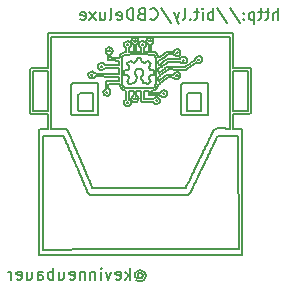
<source format=gbr>
G04 #@! TF.GenerationSoftware,KiCad,Pcbnew,(5.1.5-0-10_14)*
G04 #@! TF.CreationDate,2019-12-28T15:12:34-06:00*
G04 #@! TF.ProjectId,CircuitBrains Deluxe v1_3,43697263-7569-4744-9272-61696e732044,rev?*
G04 #@! TF.SameCoordinates,Original*
G04 #@! TF.FileFunction,Legend,Bot*
G04 #@! TF.FilePolarity,Positive*
%FSLAX46Y46*%
G04 Gerber Fmt 4.6, Leading zero omitted, Abs format (unit mm)*
G04 Created by KiCad (PCBNEW (5.1.5-0-10_14)) date 2019-12-28 15:12:34*
%MOMM*%
%LPD*%
G04 APERTURE LIST*
%ADD10C,0.150000*%
G04 APERTURE END LIST*
D10*
X91505156Y-98997682D02*
X91501766Y-98360356D01*
X91508547Y-99635006D02*
X91505156Y-98997682D01*
X90763119Y-99797956D02*
X90795152Y-99750814D01*
X90763119Y-105023643D02*
X90763119Y-99797956D01*
X90912949Y-99669341D02*
X91032890Y-99638861D01*
X91032890Y-99638861D02*
X91179215Y-99635099D01*
X91179215Y-99635099D02*
X91253630Y-99635006D01*
X95063517Y-105204294D02*
X95038142Y-105191217D01*
X95095777Y-105215425D02*
X95063517Y-105204294D01*
X97655655Y-105235044D02*
X97476113Y-105234418D01*
X97476113Y-105234418D02*
X97323638Y-105233844D01*
X97323638Y-105233844D02*
X97158233Y-105233177D01*
X97158233Y-105233177D02*
X97004084Y-105232509D01*
X97004084Y-105232509D02*
X96853560Y-105231813D01*
X96853560Y-105231813D02*
X96692107Y-105231017D01*
X96692107Y-105231017D02*
X96536739Y-105230197D01*
X96536739Y-105230197D02*
X96384884Y-105229340D01*
X96384884Y-105229340D02*
X96216889Y-105228323D01*
X96216889Y-105228323D02*
X96062384Y-105227310D01*
X96062384Y-105227310D02*
X95905735Y-105226199D01*
X95905735Y-105226199D02*
X95755332Y-105225032D01*
X95755332Y-105225032D02*
X95599570Y-105223685D01*
X95599570Y-105223685D02*
X95450401Y-105222213D01*
X95450401Y-105222213D02*
X95293807Y-105220337D01*
X95293807Y-105220337D02*
X95144502Y-105217717D01*
X95144502Y-105217717D02*
X95095777Y-105215425D01*
X90368570Y-94497155D02*
X90524138Y-94496341D01*
X90524138Y-94496341D02*
X90679454Y-94494721D01*
X90679454Y-94494721D02*
X90841645Y-94492523D01*
X90841645Y-94492523D02*
X90999858Y-94489919D01*
X90999858Y-94489919D02*
X91074707Y-94488502D01*
X90021846Y-94549448D02*
X90125465Y-94503024D01*
X90125465Y-94503024D02*
X90270460Y-94497491D01*
X90270460Y-94497491D02*
X90368570Y-94497155D01*
X90005242Y-96439906D02*
X90005285Y-96280884D01*
X90005285Y-96280884D02*
X90005360Y-96127536D01*
X90005360Y-96127536D02*
X90005475Y-95977431D01*
X90005475Y-95977431D02*
X90005639Y-95825451D01*
X90005639Y-95825451D02*
X90005866Y-95674416D01*
X90005866Y-95674416D02*
X90006195Y-95516188D01*
X90006195Y-95516188D02*
X90006623Y-95364550D01*
X90006623Y-95364550D02*
X90007205Y-95214519D01*
X90007205Y-95214519D02*
X90008021Y-95064620D01*
X90008021Y-95064620D02*
X90009221Y-94914143D01*
X90009221Y-94914143D02*
X90011125Y-94765093D01*
X90011125Y-94765093D02*
X90014938Y-94618428D01*
X90014938Y-94618428D02*
X90021846Y-94549448D01*
X91501766Y-98360356D02*
X91469083Y-98361852D01*
X101785303Y-105251956D02*
X101634431Y-105251168D01*
X101634431Y-105251168D02*
X101479556Y-105250393D01*
X101479556Y-105250393D02*
X101284886Y-105249455D01*
X101284886Y-105249455D02*
X101117852Y-105248677D01*
X101117852Y-105248677D02*
X100941770Y-105247874D01*
X100941770Y-105247874D02*
X100773149Y-105247120D01*
X100773149Y-105247120D02*
X100614516Y-105246424D01*
X100614516Y-105246424D02*
X100434773Y-105245649D01*
X100434773Y-105245649D02*
X100233157Y-105244795D01*
X100233157Y-105244795D02*
X100026661Y-105243935D01*
X100026661Y-105243935D02*
X99816179Y-105243074D01*
X99816179Y-105243074D02*
X99665153Y-105242462D01*
X99665153Y-105242462D02*
X99458943Y-105241641D01*
X99458943Y-105241641D02*
X99296483Y-105241003D01*
X99296483Y-105241003D02*
X99142562Y-105240406D01*
X99142562Y-105240406D02*
X98952251Y-105239679D01*
X98952251Y-105239679D02*
X98735237Y-105238862D01*
X98735237Y-105238862D02*
X98519593Y-105238064D01*
X98519593Y-105238064D02*
X98306217Y-105237291D01*
X98306217Y-105237291D02*
X98113390Y-105236606D01*
X98113390Y-105236606D02*
X97958052Y-105236066D01*
X97958052Y-105236066D02*
X97805361Y-105235544D01*
X97805361Y-105235544D02*
X97655655Y-105235044D01*
X103371216Y-105245408D02*
X103229120Y-105253314D01*
X103229120Y-105253314D02*
X103080170Y-105254921D01*
X103080170Y-105254921D02*
X102927677Y-105255510D01*
X102927677Y-105255510D02*
X102764595Y-105255590D01*
X102764595Y-105255590D02*
X102612785Y-105255370D01*
X102612785Y-105255370D02*
X102461210Y-105254964D01*
X102461210Y-105254964D02*
X102293393Y-105254364D01*
X102293393Y-105254364D02*
X102132788Y-105253682D01*
X102132788Y-105253682D02*
X101958936Y-105252852D01*
X101958936Y-105252852D02*
X101799094Y-105252029D01*
X101799094Y-105252029D02*
X101785303Y-105251956D01*
X103405702Y-105230423D02*
X103371216Y-105245408D01*
X103600893Y-104991151D02*
X103558217Y-105099248D01*
X103558217Y-105099248D02*
X103489669Y-105182324D01*
X103489669Y-105182324D02*
X103405702Y-105230423D01*
X90778289Y-110282628D02*
X90772795Y-110134940D01*
X90772795Y-110134940D02*
X90770866Y-109981756D01*
X90770866Y-109981756D02*
X90769579Y-109827980D01*
X90769579Y-109827980D02*
X90768628Y-109676378D01*
X90768628Y-109676378D02*
X90767863Y-109523312D01*
X90767863Y-109523312D02*
X90767210Y-109363544D01*
X90767210Y-109363544D02*
X90766668Y-109205020D01*
X90766668Y-109205020D02*
X90766170Y-109032166D01*
X90766170Y-109032166D02*
X90765777Y-108872894D01*
X90765777Y-108872894D02*
X90765431Y-108711263D01*
X90765431Y-108711263D02*
X90765126Y-108547081D01*
X90765126Y-108547081D02*
X90764879Y-108397279D01*
X90764879Y-108397279D02*
X90764656Y-108243634D01*
X90764656Y-108243634D02*
X90764455Y-108088175D01*
X90764455Y-108088175D02*
X90764276Y-107933271D01*
X90764276Y-107933271D02*
X90764120Y-107779699D01*
X90764120Y-107779699D02*
X90763969Y-107612660D01*
X90763969Y-107612660D02*
X90763843Y-107455353D01*
X90763843Y-107455353D02*
X90763732Y-107301014D01*
X90763732Y-107301014D02*
X90763628Y-107137607D01*
X90763628Y-107137607D02*
X90763519Y-106933896D01*
X90763519Y-106933896D02*
X90763427Y-106736283D01*
X90763427Y-106736283D02*
X90763362Y-106569671D01*
X90763362Y-106569671D02*
X90763309Y-106408094D01*
X90763309Y-106408094D02*
X90763253Y-106212821D01*
X90763253Y-106212821D02*
X90763211Y-106022063D01*
X90763211Y-106022063D02*
X90763181Y-105867727D01*
X90763181Y-105867727D02*
X90763157Y-105688938D01*
X90763157Y-105688938D02*
X90763138Y-105537093D01*
X90763138Y-105537093D02*
X90763126Y-105340806D01*
X90763126Y-105340806D02*
X90763119Y-105023643D01*
X94970744Y-105142189D02*
X94909005Y-105053032D01*
X94909005Y-105053032D02*
X94854224Y-104956780D01*
X94854224Y-104956780D02*
X94828969Y-104896687D01*
X95020978Y-105178140D02*
X94970744Y-105142189D01*
X95038142Y-105191217D02*
X95020978Y-105178140D01*
X108676827Y-94509801D02*
X108712778Y-94538270D01*
X108640874Y-94481332D02*
X108676827Y-94509801D01*
X107898963Y-94490890D02*
X108640874Y-94481332D01*
X107157050Y-94500447D02*
X107898963Y-94490890D01*
X107157050Y-92995366D02*
X107157050Y-94500447D01*
X107157050Y-91490286D02*
X107157050Y-92995366D01*
X99332655Y-91490286D02*
X107157050Y-91490286D01*
X91508262Y-91490286D02*
X99332655Y-91490286D01*
X91508262Y-92985069D02*
X91508262Y-91490286D01*
X91508262Y-94479852D02*
X91508262Y-92985069D01*
X91074707Y-94488502D02*
X91508262Y-94479852D01*
X108680357Y-98325099D02*
X108557373Y-98352550D01*
X108557373Y-98352550D02*
X108415062Y-98360355D01*
X108415062Y-98360355D02*
X108268940Y-98364842D01*
X108268940Y-98364842D02*
X108115904Y-98368232D01*
X108115904Y-98368232D02*
X107967061Y-98370943D01*
X107967061Y-98370943D02*
X107815550Y-98373402D01*
X107815550Y-98373402D02*
X107715809Y-98374927D01*
X90004868Y-98310752D02*
X90005242Y-96439906D01*
X90038300Y-98346826D02*
X90004868Y-98310752D01*
X90071732Y-98382899D02*
X90038300Y-98346826D01*
X90754065Y-98373133D02*
X90071732Y-98382899D01*
X102855212Y-98471931D02*
X102822902Y-98439614D01*
X103936315Y-98468433D02*
X102855212Y-98471931D01*
X105065352Y-95871895D02*
X105065352Y-97133401D01*
X105025126Y-95831669D02*
X105065352Y-95871895D01*
X104984902Y-95791444D02*
X105025126Y-95831669D01*
X103928349Y-95791444D02*
X104984902Y-95791444D01*
X107715809Y-98374927D02*
X107156799Y-98383308D01*
X107824964Y-99675851D02*
X107912863Y-99737982D01*
X107912863Y-99737982D02*
X107929058Y-99760299D01*
X107457722Y-99635002D02*
X107605115Y-99638733D01*
X107605115Y-99638733D02*
X107745292Y-99648757D01*
X107745292Y-99648757D02*
X107824964Y-99675851D01*
X98024870Y-97222228D02*
X98080920Y-97183458D01*
X97944374Y-97403766D02*
X97979772Y-97288923D01*
X97979772Y-97288923D02*
X98024870Y-97222228D01*
X98052641Y-97655907D02*
X97981590Y-97576345D01*
X97981590Y-97576345D02*
X97945402Y-97462355D01*
X97945402Y-97462355D02*
X97944374Y-97403766D01*
X94580576Y-104321835D02*
X94567503Y-104295610D01*
X94593649Y-104355290D02*
X94580576Y-104321835D01*
X94603538Y-104380668D02*
X94593649Y-104355290D01*
X94629545Y-104432309D02*
X94603538Y-104380668D01*
X94751809Y-104717445D02*
X94703756Y-104612109D01*
X94703756Y-104612109D02*
X94657350Y-104506992D01*
X94657350Y-104506992D02*
X94629545Y-104432309D01*
X94797518Y-104831959D02*
X94754825Y-104724078D01*
X94754825Y-104724078D02*
X94751809Y-104717445D01*
X94817342Y-104871813D02*
X94797518Y-104831959D01*
X94828969Y-104896687D02*
X94817342Y-104871813D01*
X94462200Y-104047297D02*
X94417583Y-103940751D01*
X94417583Y-103940751D02*
X94372299Y-103834421D01*
X94372299Y-103834421D02*
X94325394Y-103725955D01*
X94325394Y-103725955D02*
X94300765Y-103669858D01*
X94520262Y-104175454D02*
X94472298Y-104070368D01*
X94472298Y-104070368D02*
X94462200Y-104047297D01*
X94567503Y-104295610D02*
X94525665Y-104187242D01*
X94525665Y-104187242D02*
X94520262Y-104175454D01*
X103293320Y-98112556D02*
X103261230Y-98080467D01*
X103326566Y-96654280D02*
X103467393Y-96644535D01*
X103467393Y-96644535D02*
X103617341Y-96642232D01*
X103617341Y-96642232D02*
X103768273Y-96641349D01*
X103768273Y-96641349D02*
X103874640Y-96641203D01*
X103311656Y-96667357D02*
X103326566Y-96654280D01*
X103261604Y-97396790D02*
X103261789Y-97237459D01*
X103261789Y-97237459D02*
X103262257Y-97085205D01*
X103262257Y-97085205D02*
X103263572Y-96934950D01*
X103263572Y-96934950D02*
X103267873Y-96786711D01*
X103267873Y-96786711D02*
X103299729Y-96668544D01*
X103299729Y-96668544D02*
X103311656Y-96667357D01*
X108712778Y-98299596D02*
X108680357Y-98325099D01*
X108712778Y-96418935D02*
X108712778Y-98299596D01*
X108712778Y-94538270D02*
X108712778Y-96418935D01*
X94167283Y-103351831D02*
X94119319Y-103246744D01*
X94119319Y-103246744D02*
X94109221Y-103223672D01*
X94214523Y-103471988D02*
X94172686Y-103363619D01*
X94172686Y-103363619D02*
X94167283Y-103351831D01*
X94227596Y-103498213D02*
X94214523Y-103471988D01*
X106921822Y-91869454D02*
X99332715Y-91869454D01*
X106918530Y-95748968D02*
X106921822Y-91869454D01*
X95140424Y-104329517D02*
X95188241Y-104434327D01*
X95188241Y-104434327D02*
X95234328Y-104538595D01*
X95234328Y-104538595D02*
X95252866Y-104586633D01*
X95094530Y-104208587D02*
X95135724Y-104319121D01*
X95135724Y-104319121D02*
X95140424Y-104329517D01*
X94240670Y-103531668D02*
X94227596Y-103498213D01*
X94253743Y-103557043D02*
X94240670Y-103531668D01*
X94266816Y-103575078D02*
X94253743Y-103557043D01*
X94300765Y-103669858D02*
X94266816Y-103575078D01*
X103784217Y-104589824D02*
X103771141Y-104615971D01*
X103797294Y-104577646D02*
X103784217Y-104589824D01*
X104014501Y-104110880D02*
X103963651Y-104215828D01*
X103963651Y-104215828D02*
X103913008Y-104321268D01*
X103913008Y-104321268D02*
X103864153Y-104424423D01*
X103864153Y-104424423D02*
X103816890Y-104527558D01*
X103816890Y-104527558D02*
X103797294Y-104577646D01*
X104097983Y-103924585D02*
X104051967Y-104032235D01*
X104051967Y-104032235D02*
X104014501Y-104110880D01*
X104111060Y-103910011D02*
X104097983Y-103924585D01*
X104124136Y-103895082D02*
X104111060Y-103910011D01*
X104182967Y-103757586D02*
X104136180Y-103860953D01*
X104136180Y-103860953D02*
X104124136Y-103895082D01*
X104241796Y-103622177D02*
X104196385Y-103729282D01*
X104196385Y-103729282D02*
X104182967Y-103757586D01*
X104254873Y-103609324D02*
X104241796Y-103622177D01*
X93535053Y-101877116D02*
X93488052Y-101768003D01*
X93488052Y-101768003D02*
X93442494Y-101660612D01*
X93442494Y-101660612D02*
X93426428Y-101622187D01*
X93626225Y-102104265D02*
X93585659Y-101994620D01*
X93585659Y-101994620D02*
X93539623Y-101887592D01*
X93539623Y-101887592D02*
X93535053Y-101877116D01*
X93639298Y-102118970D02*
X93626225Y-102104265D01*
X93652371Y-102139088D02*
X93639298Y-102118970D01*
X93699639Y-102266553D02*
X93657173Y-102158810D01*
X93657173Y-102158810D02*
X93652371Y-102139088D01*
X93828622Y-102563464D02*
X93782664Y-102456130D01*
X93782664Y-102456130D02*
X93737067Y-102351662D01*
X93737067Y-102351662D02*
X93699639Y-102266553D01*
X93876206Y-102671143D02*
X93830018Y-102566751D01*
X93830018Y-102566751D02*
X93828622Y-102563464D01*
X93887690Y-102713631D02*
X93876206Y-102671143D01*
X93900763Y-102733418D02*
X93887690Y-102713631D01*
X93913837Y-102751453D02*
X93900763Y-102733418D01*
X93947785Y-102846234D02*
X93913837Y-102751453D01*
X94109221Y-103223672D02*
X94064603Y-103117126D01*
X94064603Y-103117126D02*
X94019319Y-103010797D01*
X94019319Y-103010797D02*
X93972414Y-102902331D01*
X93972414Y-102902331D02*
X93947785Y-102846234D01*
X94711266Y-103328152D02*
X94724339Y-103347939D01*
X94699517Y-103285664D02*
X94711266Y-103328152D01*
X94648373Y-103171449D02*
X94694532Y-103275396D01*
X94694532Y-103275396D02*
X94699517Y-103285664D01*
X94583150Y-103021106D02*
X94629907Y-103128659D01*
X94629907Y-103128659D02*
X94648373Y-103171449D01*
X94528588Y-102890374D02*
X94572956Y-102997524D01*
X94572956Y-102997524D02*
X94583150Y-103021106D01*
X94487899Y-102795770D02*
X94528588Y-102890374D01*
X94475945Y-102753280D02*
X94487899Y-102795770D01*
X94462871Y-102733493D02*
X94475945Y-102753280D01*
X94449798Y-102716338D02*
X94462871Y-102733493D01*
X94417114Y-102631424D02*
X94449798Y-102716338D01*
X94384431Y-102544000D02*
X94417114Y-102631424D01*
X94371358Y-102524325D02*
X94384431Y-102544000D01*
X94358285Y-102504538D02*
X94371358Y-102524325D01*
X94346536Y-102462050D02*
X94358285Y-102504538D01*
X94231247Y-102197493D02*
X94277229Y-102305913D01*
X94277229Y-102305913D02*
X94324541Y-102414192D01*
X94324541Y-102414192D02*
X94346536Y-102462050D01*
X94065514Y-101814740D02*
X94112673Y-101920537D01*
X94112673Y-101920537D02*
X94160297Y-102029806D01*
X94160297Y-102029806D02*
X94205685Y-102136332D01*
X94205685Y-102136332D02*
X94231247Y-102197493D01*
X94031452Y-101727731D02*
X94065514Y-101814740D01*
X94006656Y-101665989D02*
X94031452Y-101727731D01*
X93946880Y-101530752D02*
X93992920Y-101636830D01*
X93992920Y-101636830D02*
X94006656Y-101665989D01*
X93888526Y-101393483D02*
X93933957Y-101499619D01*
X93933957Y-101499619D02*
X93946880Y-101530752D01*
X93829055Y-101256211D02*
X93874616Y-101361937D01*
X93874616Y-101361937D02*
X93888526Y-101393483D01*
X93781471Y-101148534D02*
X93827655Y-101252921D01*
X93827655Y-101252921D02*
X93829055Y-101256211D01*
X93769984Y-101106047D02*
X93781471Y-101148534D01*
X93756911Y-101086259D02*
X93769984Y-101106047D01*
X93743838Y-101068225D02*
X93756911Y-101086259D01*
X93652739Y-100844398D02*
X93699403Y-100949238D01*
X93699403Y-100949238D02*
X93741918Y-101056860D01*
X93741918Y-101056860D02*
X93743838Y-101068225D01*
X104267950Y-103593610D02*
X104254873Y-103609324D01*
X104338776Y-103433463D02*
X104290279Y-103536645D01*
X104290279Y-103536645D02*
X104267950Y-103593610D01*
X104568636Y-102941506D02*
X104522744Y-103048682D01*
X104522744Y-103048682D02*
X104473634Y-103153788D01*
X104473634Y-103153788D02*
X104422860Y-103260261D01*
X104422860Y-103260261D02*
X104371544Y-103366373D01*
X104371544Y-103366373D02*
X104338776Y-103433463D01*
X104581713Y-102929496D02*
X104568636Y-102941506D01*
X104594790Y-102903348D02*
X104581713Y-102929496D01*
X104607867Y-102877201D02*
X104594790Y-102903348D01*
X104620944Y-102861506D02*
X104607867Y-102877201D01*
X104691768Y-102701356D02*
X104643272Y-102804540D01*
X104643272Y-102804540D02*
X104620944Y-102861506D01*
X104921630Y-102209400D02*
X104875738Y-102316575D01*
X104875738Y-102316575D02*
X104826627Y-102421680D01*
X104826627Y-102421680D02*
X104775853Y-102528153D01*
X104775853Y-102528153D02*
X104724536Y-102634266D01*
X104724536Y-102634266D02*
X104691768Y-102701356D01*
X104934707Y-102197390D02*
X104921630Y-102209400D01*
X104947784Y-102181488D02*
X104934707Y-102197390D01*
X105011627Y-102034412D02*
X104964160Y-102137225D01*
X104964160Y-102137225D02*
X104947784Y-102181488D01*
X105183105Y-101664194D02*
X105138040Y-101772525D01*
X105138040Y-101772525D02*
X105087256Y-101878576D01*
X105087256Y-101878576D02*
X105034371Y-101987651D01*
X105034371Y-101987651D02*
X105011627Y-102034412D01*
X105196182Y-101648311D02*
X105183105Y-101664194D01*
X105209259Y-101636300D02*
X105196182Y-101648311D01*
X105496132Y-101027322D02*
X105445535Y-101131508D01*
X105445535Y-101131508D02*
X105394533Y-101236911D01*
X105394533Y-101236911D02*
X105343697Y-101342524D01*
X105343697Y-101342524D02*
X105293791Y-101447127D01*
X105293791Y-101447127D02*
X105245578Y-101550105D01*
X105245578Y-101550105D02*
X105209259Y-101636300D01*
X105681003Y-100642412D02*
X105631254Y-100747209D01*
X105631254Y-100747209D02*
X105581942Y-100849942D01*
X105581942Y-100849942D02*
X105533033Y-100951249D01*
X105533033Y-100951249D02*
X105496132Y-101027322D01*
X105810737Y-100374410D02*
X105759544Y-100478519D01*
X105759544Y-100478519D02*
X105710585Y-100579954D01*
X105710585Y-100579954D02*
X105681003Y-100642412D01*
X107653874Y-109815903D02*
X107654248Y-108127789D01*
X105042474Y-109824003D02*
X107653874Y-109815903D01*
X107622724Y-100240867D02*
X107467035Y-100238906D01*
X107467035Y-100238906D02*
X107312513Y-100237712D01*
X107312513Y-100237712D02*
X107156397Y-100236658D01*
X107156397Y-100236658D02*
X106999627Y-100235699D01*
X106999627Y-100235699D02*
X106835109Y-100234775D01*
X106835109Y-100234775D02*
X106752018Y-100234338D01*
X107654248Y-108127789D02*
X107654180Y-107976544D01*
X107654180Y-107976544D02*
X107653968Y-107805196D01*
X107653968Y-107805196D02*
X107653670Y-107633935D01*
X107653670Y-107633935D02*
X107653336Y-107472434D01*
X107653336Y-107472434D02*
X107652933Y-107298314D01*
X107652933Y-107298314D02*
X107652548Y-107144224D01*
X107652548Y-107144224D02*
X107652119Y-106982521D01*
X107652119Y-106982521D02*
X107651649Y-106813728D01*
X107651649Y-106813728D02*
X107651141Y-106638368D01*
X107651141Y-106638368D02*
X107650540Y-106438536D01*
X107650540Y-106438536D02*
X107650076Y-106288984D01*
X107650076Y-106288984D02*
X107649589Y-106136200D01*
X107649589Y-106136200D02*
X107649019Y-105960763D01*
X107649019Y-105960763D02*
X107648493Y-105802000D01*
X107648493Y-105802000D02*
X107647809Y-105600208D01*
X107647809Y-105600208D02*
X107647173Y-105415839D01*
X107647173Y-105415839D02*
X107646516Y-105229214D01*
X107646516Y-105229214D02*
X107645920Y-105061775D01*
X107645920Y-105061775D02*
X107645076Y-104829661D01*
X107645076Y-104829661D02*
X107644449Y-104659827D01*
X107644449Y-104659827D02*
X107643810Y-104489437D01*
X107643810Y-104489437D02*
X107643163Y-104318760D01*
X107643163Y-104318760D02*
X107642508Y-104148062D01*
X107642508Y-104148062D02*
X107641803Y-103966977D01*
X107641803Y-103966977D02*
X107641178Y-103807675D01*
X107641178Y-103807675D02*
X107640505Y-103638523D01*
X107640505Y-103638523D02*
X107639815Y-103467814D01*
X107639815Y-103467814D02*
X107639146Y-103303635D01*
X107639146Y-103303635D02*
X107638463Y-103138435D01*
X107638463Y-103138435D02*
X107637781Y-102975091D01*
X107637781Y-102975091D02*
X107637097Y-102813867D01*
X107637097Y-102813867D02*
X107636415Y-102655033D01*
X107636415Y-102655033D02*
X107635651Y-102479557D01*
X107635651Y-102479557D02*
X107634808Y-102288966D01*
X107634808Y-102288966D02*
X107634054Y-102121792D01*
X107634054Y-102121792D02*
X107633063Y-101906069D01*
X107633063Y-101906069D02*
X107632169Y-101716230D01*
X107632169Y-101716230D02*
X107631373Y-101550764D01*
X107631373Y-101550764D02*
X107630593Y-101392637D01*
X107630593Y-101392637D02*
X107629681Y-101213311D01*
X107629681Y-101213311D02*
X107628799Y-101046213D01*
X107628799Y-101046213D02*
X107627950Y-100892246D01*
X107627950Y-100892246D02*
X107627008Y-100730419D01*
X107627008Y-100730419D02*
X107626003Y-100570706D01*
X107626003Y-100570706D02*
X107624863Y-100412049D01*
X107624863Y-100412049D02*
X107623330Y-100261559D01*
X107623330Y-100261559D02*
X107622724Y-100240867D01*
X90793461Y-110315892D02*
X90778289Y-110282628D01*
X99372424Y-110315892D02*
X90793461Y-110315892D01*
X107951345Y-110315892D02*
X99372424Y-110315892D01*
X107967920Y-110275861D02*
X107951345Y-110315892D01*
X100868810Y-109838670D02*
X101018624Y-109838050D01*
X101018624Y-109838050D02*
X101210461Y-109837284D01*
X101210461Y-109837284D02*
X101367494Y-109836673D01*
X101367494Y-109836673D02*
X101534801Y-109836034D01*
X101534801Y-109836034D02*
X101711480Y-109835370D01*
X101711480Y-109835370D02*
X101880921Y-109834739D01*
X101880921Y-109834739D02*
X102122036Y-109833859D01*
X102122036Y-109833859D02*
X102288709Y-109833257D01*
X102288709Y-109833257D02*
X102493841Y-109832525D01*
X102493841Y-109832525D02*
X102703832Y-109831783D01*
X102703832Y-109831783D02*
X102917773Y-109831032D01*
X102917773Y-109831032D02*
X103134768Y-109830280D01*
X103134768Y-109830280D02*
X103390567Y-109829404D01*
X103390567Y-109829404D02*
X103546716Y-109828873D01*
X103546716Y-109828873D02*
X103795034Y-109828038D01*
X103795034Y-109828038D02*
X104015207Y-109827306D01*
X104015207Y-109827306D02*
X104270198Y-109826468D01*
X104270198Y-109826468D02*
X104450261Y-109825882D01*
X104450261Y-109825882D02*
X104663339Y-109825196D01*
X104663339Y-109825196D02*
X104837825Y-109824643D01*
X104837825Y-109824643D02*
X105008757Y-109824107D01*
X105008757Y-109824107D02*
X105042474Y-109824003D01*
X95776744Y-109853524D02*
X96005728Y-109852978D01*
X96005728Y-109852978D02*
X96190812Y-109852530D01*
X96190812Y-109852530D02*
X96377213Y-109852071D01*
X96377213Y-109852071D02*
X96564605Y-109851603D01*
X96564605Y-109851603D02*
X96752661Y-109851126D01*
X96752661Y-109851126D02*
X96941056Y-109850643D01*
X96941056Y-109850643D02*
X97094146Y-109850244D01*
X97094146Y-109850244D02*
X97294064Y-109849720D01*
X97294064Y-109849720D02*
X97504999Y-109849157D01*
X97504999Y-109849157D02*
X97659497Y-109848740D01*
X97659497Y-109848740D02*
X97876668Y-109848147D01*
X97876668Y-109848147D02*
X98060236Y-109847640D01*
X98060236Y-109847640D02*
X98241855Y-109847130D01*
X98241855Y-109847130D02*
X98421204Y-109846623D01*
X98421204Y-109846623D02*
X98597953Y-109846116D01*
X98597953Y-109846116D02*
X98771776Y-109845611D01*
X98771776Y-109845611D02*
X98942347Y-109845107D01*
X98942347Y-109845107D02*
X99109339Y-109844609D01*
X99109339Y-109844609D02*
X99272427Y-109844116D01*
X99272427Y-109844116D02*
X99450790Y-109843568D01*
X99450790Y-109843568D02*
X99660923Y-109842910D01*
X99660923Y-109842910D02*
X99825718Y-109842384D01*
X99825718Y-109842384D02*
X100017877Y-109841757D01*
X100017877Y-109841757D02*
X100214786Y-109841095D01*
X100214786Y-109841095D02*
X100397405Y-109840460D01*
X100397405Y-109840460D02*
X100551253Y-109839906D01*
X100551253Y-109839906D02*
X100703397Y-109839333D01*
X100703397Y-109839333D02*
X100858696Y-109838712D01*
X100858696Y-109838712D02*
X100868810Y-109838670D01*
X107960063Y-99810464D02*
X107972279Y-105023147D01*
X107929058Y-99760299D02*
X107960063Y-99810464D01*
X107972279Y-105023147D02*
X107972675Y-105193747D01*
X107972675Y-105193747D02*
X107973061Y-105360834D01*
X107973061Y-105360834D02*
X107973433Y-105524344D01*
X107973433Y-105524344D02*
X107973897Y-105729560D01*
X107973897Y-105729560D02*
X107974291Y-105907183D01*
X107974291Y-105907183D02*
X107974622Y-106058937D01*
X107974622Y-106058937D02*
X107975032Y-106249203D01*
X107975032Y-106249203D02*
X107975379Y-106413701D01*
X107975379Y-106413701D02*
X107975749Y-106593619D01*
X107975749Y-106593619D02*
X107976176Y-106806349D01*
X107976176Y-106806349D02*
X107976501Y-106974502D01*
X107976501Y-106974502D02*
X107976871Y-107173067D01*
X107976871Y-107173067D02*
X107977241Y-107380978D01*
X107977241Y-107380978D02*
X107977494Y-107531042D01*
X107977494Y-107531042D02*
X107977776Y-107707842D01*
X107977776Y-107707842D02*
X107978047Y-107892443D01*
X107978047Y-107892443D02*
X107978281Y-108068615D01*
X107978281Y-108068615D02*
X107978478Y-108236527D01*
X107978478Y-108236527D02*
X107978650Y-108409281D01*
X107978650Y-108409281D02*
X107978795Y-108597157D01*
X107978795Y-108597157D02*
X107978879Y-108772957D01*
X107978879Y-108772957D02*
X107978904Y-108958759D01*
X107978904Y-108958759D02*
X107978861Y-109111825D01*
X107978861Y-109111825D02*
X107978750Y-109263151D01*
X107978750Y-109263151D02*
X107978543Y-109416243D01*
X107978543Y-109416243D02*
X107978212Y-109569112D01*
X107978212Y-109569112D02*
X107977686Y-109726591D01*
X107977686Y-109726591D02*
X107976879Y-109882106D01*
X107976879Y-109882106D02*
X107975624Y-110032004D01*
X107975624Y-110032004D02*
X107973240Y-110181303D01*
X107973240Y-110181303D02*
X107967920Y-110275861D01*
X107163572Y-99628436D02*
X107457722Y-99635002D01*
X107160186Y-99005872D02*
X107163572Y-99628436D01*
X107156799Y-98383308D02*
X107160186Y-99005872D01*
X91743618Y-99635019D02*
X92367870Y-99635393D01*
X91743618Y-95752237D02*
X91743618Y-99635019D01*
X91743618Y-91869454D02*
X91743618Y-95752237D01*
X99332715Y-91869454D02*
X91743618Y-91869454D01*
X91253630Y-99635006D02*
X91508547Y-99635006D01*
X91469083Y-98361852D02*
X91318755Y-98364662D01*
X91318755Y-98364662D02*
X91154467Y-98367236D01*
X91154467Y-98367236D02*
X91005920Y-98369468D01*
X91005920Y-98369468D02*
X90849475Y-98371757D01*
X90849475Y-98371757D02*
X90754065Y-98373133D01*
X98080920Y-97183458D02*
X98123408Y-97158507D01*
X96402866Y-96267552D02*
X96409393Y-96123144D01*
X96409393Y-96123144D02*
X96410776Y-95974339D01*
X96410776Y-95974339D02*
X96410797Y-95953674D01*
X96376720Y-96288232D02*
X96402866Y-96267552D01*
X96358509Y-96301305D02*
X96376720Y-96288232D01*
X96343486Y-96314377D02*
X96358509Y-96301305D01*
X96227773Y-96427168D02*
X96298830Y-96348073D01*
X96298830Y-96348073D02*
X96343486Y-96314377D01*
X98097262Y-97690038D02*
X98052641Y-97655907D01*
X98126676Y-97700346D02*
X98097262Y-97690038D01*
X98175702Y-97713834D02*
X98126676Y-97700346D01*
X103261230Y-98080467D02*
X103261604Y-97396790D01*
X94147884Y-98144638D02*
X94115836Y-98112556D01*
X94698850Y-98144638D02*
X94147884Y-98144638D01*
X95249815Y-98144638D02*
X94698850Y-98144638D01*
X95287744Y-98104035D02*
X95249815Y-98144638D01*
X95325672Y-98063433D02*
X95287744Y-98104035D01*
X95325672Y-97392543D02*
X95325672Y-98063433D01*
X95325672Y-96721655D02*
X95325672Y-97392543D01*
X95285446Y-96681429D02*
X95325672Y-96721655D01*
X95245221Y-96641203D02*
X95285446Y-96681429D01*
X94697146Y-96641203D02*
X95245221Y-96641203D01*
X94083746Y-98080467D02*
X94084120Y-97396790D01*
X94115836Y-98112556D02*
X94083746Y-98080467D01*
X94149071Y-96654280D02*
X94289898Y-96644535D01*
X94289898Y-96644535D02*
X94439847Y-96642232D01*
X94439847Y-96642232D02*
X94590779Y-96641349D01*
X94590779Y-96641349D02*
X94697146Y-96641203D01*
X94134171Y-96667357D02*
X94149071Y-96654280D01*
X94084120Y-97396790D02*
X94084275Y-97242933D01*
X94084275Y-97242933D02*
X94084724Y-97088759D01*
X94084724Y-97088759D02*
X94085996Y-96938657D01*
X94085996Y-96938657D02*
X94090085Y-96791712D01*
X94090085Y-96791712D02*
X94118455Y-96669890D01*
X94118455Y-96669890D02*
X94134171Y-96667357D01*
X93560069Y-98471931D02*
X93527758Y-98439614D01*
X94641172Y-98468433D02*
X93560069Y-98471931D01*
X95770207Y-95871895D02*
X95770207Y-97133401D01*
X95729982Y-95831669D02*
X95770207Y-95871895D01*
X95689756Y-95791444D02*
X95729982Y-95831669D01*
X94633203Y-95791444D02*
X95689756Y-95791444D01*
X93576651Y-95791444D02*
X94633203Y-95791444D01*
X93536048Y-95829372D02*
X93576651Y-95791444D01*
X93495446Y-95867300D02*
X93536048Y-95829372D01*
X93495446Y-97137300D02*
X93495446Y-95867300D01*
X93495446Y-98407299D02*
X93495446Y-97137300D01*
X93527758Y-98439614D02*
X93495446Y-98407299D01*
X95727797Y-98448367D02*
X95587580Y-98460408D01*
X95587580Y-98460408D02*
X95437297Y-98463384D01*
X95437297Y-98463384D02*
X95288564Y-98465056D01*
X95288564Y-98465056D02*
X95135400Y-98466221D01*
X95135400Y-98466221D02*
X94979020Y-98467097D01*
X94979020Y-98467097D02*
X94827685Y-98467761D01*
X94827685Y-98467761D02*
X94671115Y-98468333D01*
X94671115Y-98468333D02*
X94641172Y-98468433D01*
X95751762Y-98413350D02*
X95727797Y-98448367D01*
X95770207Y-97133401D02*
X95770181Y-97284104D01*
X95770181Y-97284104D02*
X95770101Y-97437915D01*
X95770101Y-97437915D02*
X95769934Y-97589514D01*
X95769934Y-97589514D02*
X95769631Y-97741562D01*
X95769631Y-97741562D02*
X95769109Y-97891848D01*
X95769109Y-97891848D02*
X95768182Y-98044381D01*
X95768182Y-98044381D02*
X95766443Y-98193761D01*
X95766443Y-98193761D02*
X95762204Y-98340464D01*
X95762204Y-98340464D02*
X95751762Y-98413350D01*
X103191496Y-104625850D02*
X103191496Y-104625850D01*
X95262106Y-104616048D02*
X96493387Y-104617918D01*
X95252866Y-104586633D02*
X95262106Y-104616048D01*
X101125404Y-104639638D02*
X101292969Y-104639831D01*
X101292969Y-104639831D02*
X101468908Y-104640001D01*
X101468908Y-104640001D02*
X101634352Y-104640124D01*
X101634352Y-104640124D02*
X101789584Y-104640196D01*
X101789584Y-104640196D02*
X101962783Y-104640211D01*
X101962783Y-104640211D02*
X102115785Y-104640154D01*
X102115785Y-104640154D02*
X102268230Y-104640006D01*
X102268230Y-104640006D02*
X102419824Y-104639737D01*
X102419824Y-104639737D02*
X102578283Y-104639270D01*
X102578283Y-104639270D02*
X102732787Y-104638532D01*
X102732787Y-104638532D02*
X102889063Y-104637291D01*
X102889063Y-104637291D02*
X103037305Y-104635131D01*
X103037305Y-104635131D02*
X103180922Y-104628729D01*
X103180922Y-104628729D02*
X103191496Y-104625850D01*
X98397946Y-104628432D02*
X98555384Y-104630049D01*
X98555384Y-104630049D02*
X98713742Y-104631272D01*
X98713742Y-104631272D02*
X98865453Y-104632259D01*
X98865453Y-104632259D02*
X99015304Y-104633115D01*
X99015304Y-104633115D02*
X99164700Y-104633885D01*
X99164700Y-104633885D02*
X99318188Y-104634607D01*
X99318188Y-104634607D02*
X99468179Y-104635253D01*
X99468179Y-104635253D02*
X99630291Y-104635893D01*
X99630291Y-104635893D02*
X99783444Y-104636449D01*
X99783444Y-104636449D02*
X99948621Y-104637002D01*
X99948621Y-104637002D02*
X100100588Y-104637469D01*
X100100588Y-104637469D02*
X100261567Y-104637926D01*
X100261567Y-104637926D02*
X100426231Y-104638345D01*
X100426231Y-104638345D02*
X100585640Y-104638710D01*
X100585640Y-104638710D02*
X100739077Y-104639023D01*
X100739077Y-104639023D02*
X100899314Y-104639308D01*
X100899314Y-104639308D02*
X101059099Y-104639550D01*
X101059099Y-104639550D02*
X101125404Y-104639638D01*
X96493387Y-104617918D02*
X96663300Y-104618260D01*
X96663300Y-104618260D02*
X96829859Y-104618710D01*
X96829859Y-104618710D02*
X97007593Y-104619302D01*
X97007593Y-104619302D02*
X97169100Y-104619929D01*
X97169100Y-104619929D02*
X97321185Y-104620599D01*
X97321185Y-104620599D02*
X97479191Y-104621377D01*
X97479191Y-104621377D02*
X97628991Y-104622195D01*
X97628991Y-104622195D02*
X97780197Y-104623110D01*
X97780197Y-104623110D02*
X97942775Y-104624214D01*
X97942775Y-104624214D02*
X98098485Y-104625415D01*
X98098485Y-104625415D02*
X98254335Y-104626824D01*
X98254335Y-104626824D02*
X98397946Y-104628432D01*
X104465238Y-98104035D02*
X104427309Y-98144638D01*
X104503164Y-98063433D02*
X104465238Y-98104035D01*
X104503164Y-97392543D02*
X104503164Y-98063433D01*
X104503164Y-96721655D02*
X104503164Y-97392543D01*
X104462940Y-96681429D02*
X104503164Y-96721655D01*
X104422715Y-96641203D02*
X104462940Y-96681429D01*
X103874640Y-96641203D02*
X104422715Y-96641203D01*
X95075683Y-104171555D02*
X95094530Y-104208587D01*
X95064245Y-104151767D02*
X95075683Y-104171555D01*
X95052497Y-104109278D02*
X95064245Y-104151767D01*
X95001384Y-103995065D02*
X95047514Y-104099011D01*
X95047514Y-104099011D02*
X95052497Y-104109278D01*
X94928156Y-103827992D02*
X94974850Y-103933885D01*
X94974850Y-103933885D02*
X95001384Y-103995065D01*
X94894292Y-103746642D02*
X94928156Y-103827992D01*
X94860256Y-103665321D02*
X94894292Y-103746642D01*
X94814941Y-103563645D02*
X94860256Y-103665321D01*
X94770538Y-103460699D02*
X94814941Y-103563645D01*
X94737412Y-103365918D02*
X94770538Y-103460699D01*
X94724339Y-103347939D02*
X94737412Y-103365918D01*
X103673083Y-104816879D02*
X103626184Y-104920740D01*
X103626184Y-104920740D02*
X103600893Y-104991151D01*
X103744987Y-104654145D02*
X103698970Y-104761803D01*
X103698970Y-104761803D02*
X103673083Y-104816879D01*
X103758064Y-104642117D02*
X103744987Y-104654145D01*
X103771141Y-104615971D02*
X103758064Y-104642117D01*
X96208284Y-96562450D02*
X96225773Y-96429822D01*
X96225773Y-96429822D02*
X96227773Y-96427168D01*
X96290408Y-96766993D02*
X96222416Y-96684636D01*
X96222416Y-96684636D02*
X96208284Y-96562450D01*
X96605247Y-96830101D02*
X96472281Y-96847501D01*
X96472281Y-96847501D02*
X96354931Y-96814583D01*
X96354931Y-96814583D02*
X96290408Y-96766993D01*
X96798784Y-96589910D02*
X96762585Y-96704028D01*
X96762585Y-96704028D02*
X96691743Y-96784200D01*
X96691743Y-96784200D02*
X96605247Y-96830101D01*
X96661047Y-96311238D02*
X96738402Y-96387084D01*
X96738402Y-96387084D02*
X96791308Y-96485187D01*
X96791308Y-96485187D02*
X96798784Y-96589910D01*
X96633248Y-96069381D02*
X96634411Y-96218856D01*
X96634411Y-96218856D02*
X96661047Y-96311238D01*
X96644814Y-95832332D02*
X96634473Y-95972206D01*
X96634473Y-95972206D02*
X96633248Y-96069381D01*
X96870129Y-95822804D02*
X96723914Y-95818964D01*
X96723914Y-95818964D02*
X96644814Y-95832332D01*
X97322667Y-95838912D02*
X97175700Y-95833969D01*
X97175700Y-95833969D02*
X97026680Y-95828680D01*
X97026680Y-95828680D02*
X96878536Y-95823132D01*
X96878536Y-95823132D02*
X96870129Y-95822804D01*
X97561255Y-95876602D02*
X97441998Y-95843033D01*
X97441998Y-95843033D02*
X97322667Y-95838912D01*
X90795152Y-99750814D02*
X90878925Y-99684043D01*
X90878925Y-99684043D02*
X90912949Y-99669341D01*
X97669646Y-96153762D02*
X97616360Y-96056046D01*
X97616360Y-96056046D02*
X97575096Y-95946293D01*
X97575096Y-95946293D02*
X97561255Y-95876602D01*
X98080920Y-96402001D02*
X97958984Y-96372838D01*
X97958984Y-96372838D02*
X97855113Y-96326305D01*
X97855113Y-96326305D02*
X97767558Y-96262852D01*
X97767558Y-96262852D02*
X97694002Y-96185346D01*
X97694002Y-96185346D02*
X97669646Y-96153762D01*
X103293286Y-98112549D02*
X103293320Y-98112556D01*
X103325376Y-98144638D02*
X103293286Y-98112549D01*
X103876341Y-98144638D02*
X103325376Y-98144638D01*
X104427309Y-98144638D02*
X103876341Y-98144638D01*
X102871795Y-95791444D02*
X103928349Y-95791444D01*
X102831193Y-95829372D02*
X102871795Y-95791444D01*
X102790591Y-95867300D02*
X102831193Y-95829372D01*
X92946664Y-100504415D02*
X92901588Y-100399466D01*
X92901588Y-100399466D02*
X92887830Y-100367146D01*
X93123245Y-100916225D02*
X93078321Y-100809022D01*
X93078321Y-100809022D02*
X93033290Y-100703988D01*
X93033290Y-100703988D02*
X92985457Y-100593648D01*
X92985457Y-100593648D02*
X92946664Y-100504415D01*
X93181731Y-101053496D02*
X93136511Y-100947952D01*
X93136511Y-100947952D02*
X93123245Y-100916225D01*
X93240021Y-101190765D02*
X93195010Y-101084016D01*
X93195010Y-101084016D02*
X93181731Y-101053496D01*
X93298763Y-101328037D02*
X93252997Y-101221895D01*
X93252997Y-101221895D02*
X93240021Y-101190765D01*
X93426428Y-101622187D02*
X93380016Y-101513321D01*
X93380016Y-101513321D02*
X93334530Y-101408757D01*
X93334530Y-101408757D02*
X93298763Y-101328037D01*
X92887830Y-100367146D02*
X92842092Y-100262557D01*
X105882744Y-100229849D02*
X105810737Y-100374410D01*
X106752018Y-100234338D02*
X105882744Y-100229849D01*
X92842092Y-100262557D02*
X92706719Y-100246432D01*
X92706719Y-100246432D02*
X92558277Y-100243456D01*
X92558277Y-100243456D02*
X92404023Y-100241895D01*
X92404023Y-100241895D02*
X92251548Y-100240897D01*
X92251548Y-100240897D02*
X92092129Y-100240120D01*
X92092129Y-100240120D02*
X91961218Y-100239586D01*
X98123408Y-96408751D02*
X98080920Y-96402001D01*
X98123408Y-96783628D02*
X98123408Y-96408751D01*
X98123408Y-97158507D02*
X98123408Y-96783628D01*
X93593839Y-100707129D02*
X93639480Y-100814381D01*
X93639480Y-100814381D02*
X93652739Y-100844398D01*
X93482786Y-100445661D02*
X93528284Y-100551401D01*
X93528284Y-100551401D02*
X93572969Y-100657007D01*
X93572969Y-100657007D02*
X93593839Y-100707129D01*
X93428753Y-100324909D02*
X93475685Y-100429259D01*
X93475685Y-100429259D02*
X93482786Y-100445661D01*
X91089996Y-100236219D02*
X91089985Y-105057107D01*
X91961218Y-100239586D02*
X91089996Y-100236219D01*
X91668480Y-109869931D02*
X91818519Y-109868434D01*
X91818519Y-109868434D02*
X91970315Y-109867349D01*
X91970315Y-109867349D02*
X92137159Y-109866336D01*
X92137159Y-109866336D02*
X92306058Y-109865418D01*
X92306058Y-109865418D02*
X92466727Y-109864615D01*
X92466727Y-109864615D02*
X92641131Y-109863799D01*
X92641131Y-109863799D02*
X92796319Y-109863111D01*
X92796319Y-109863111D02*
X92959915Y-109862418D01*
X92959915Y-109862418D02*
X93131405Y-109861723D01*
X93131405Y-109861723D02*
X93310271Y-109861026D01*
X93310271Y-109861026D02*
X93496004Y-109860333D01*
X93496004Y-109860333D02*
X93649188Y-109859781D01*
X93649188Y-109859781D02*
X93806173Y-109859231D01*
X93806173Y-109859231D02*
X93986970Y-109858620D01*
X93986970Y-109858620D02*
X94151160Y-109858081D01*
X94151160Y-109858081D02*
X94328895Y-109857518D01*
X94328895Y-109857518D02*
X94478878Y-109857053D01*
X94478878Y-109857053D02*
X94649729Y-109856542D01*
X94649729Y-109856542D02*
X94813157Y-109856069D01*
X94813157Y-109856069D02*
X94975549Y-109855610D01*
X94975549Y-109855610D02*
X95167292Y-109855091D01*
X95167292Y-109855091D02*
X95329774Y-109854663D01*
X95329774Y-109854663D02*
X95498883Y-109854233D01*
X95498883Y-109854233D02*
X95648962Y-109853863D01*
X95648962Y-109853863D02*
X95776789Y-109853562D01*
X103384137Y-104232674D02*
X103441888Y-104112232D01*
X103441888Y-104112232D02*
X103504389Y-103981969D01*
X103504389Y-103981969D02*
X103534482Y-103919273D01*
X103326603Y-104366674D02*
X103370836Y-104260800D01*
X103370836Y-104260800D02*
X103384137Y-104232674D01*
X103313526Y-104380630D02*
X103326603Y-104366674D01*
X103300449Y-104405687D02*
X103313526Y-104380630D01*
X103290647Y-104435103D02*
X103300449Y-104405687D01*
X103242126Y-104524437D02*
X103290647Y-104435103D01*
X103191500Y-104625755D02*
X103241875Y-104524984D01*
X103241875Y-104524984D02*
X103242126Y-104524437D01*
X91089973Y-109877994D02*
X91668480Y-109869931D01*
X91089985Y-105057107D02*
X91089973Y-109877994D01*
X103640367Y-103700815D02*
X103653443Y-103684596D01*
X103627290Y-103713368D02*
X103640367Y-103700815D01*
X103534482Y-103919273D02*
X103582987Y-103816349D01*
X103582987Y-103816349D02*
X103627290Y-103713368D01*
X103900835Y-103161547D02*
X103949184Y-103057638D01*
X103949184Y-103057638D02*
X103999447Y-102951780D01*
X103999447Y-102951780D02*
X104021686Y-102905261D01*
X103872494Y-103204034D02*
X103900835Y-103161547D01*
X103862617Y-103219880D02*
X103872494Y-103204034D01*
X103802224Y-103360418D02*
X103849464Y-103256866D01*
X103849464Y-103256866D02*
X103862617Y-103219880D01*
X103697637Y-103576741D02*
X103750151Y-103468027D01*
X103750151Y-103468027D02*
X103799082Y-103366903D01*
X103799082Y-103366903D02*
X103802224Y-103360418D01*
X103653443Y-103684596D02*
X103697637Y-103576741D01*
X105566565Y-99711246D02*
X105654471Y-99648104D01*
X105654471Y-99648104D02*
X105709015Y-99621437D01*
X105462106Y-99909558D02*
X105509457Y-99805454D01*
X105509457Y-99805454D02*
X105566565Y-99711246D01*
X105402065Y-100025038D02*
X105455014Y-99925084D01*
X105455014Y-99925084D02*
X105462106Y-99909558D01*
X105391794Y-100051186D02*
X105402065Y-100025038D01*
X105359179Y-100125268D02*
X105391794Y-100051186D01*
X105326902Y-100200440D02*
X105359179Y-100125268D01*
X105316949Y-100223318D02*
X105326902Y-100200440D01*
X105288536Y-100265805D02*
X105316949Y-100223318D01*
X105183023Y-100491322D02*
X105232749Y-100386129D01*
X105232749Y-100386129D02*
X105280919Y-100282717D01*
X105280919Y-100282717D02*
X105288536Y-100265805D01*
X105077512Y-100716836D02*
X105125437Y-100613240D01*
X105125437Y-100613240D02*
X105174623Y-100509007D01*
X105174623Y-100509007D02*
X105183023Y-100491322D01*
X105049099Y-100759324D02*
X105077512Y-100716836D01*
X105039221Y-100775169D02*
X105049099Y-100759324D01*
X104981608Y-100909170D02*
X105028752Y-100805709D01*
X105028752Y-100805709D02*
X105039221Y-100775169D01*
X104842883Y-101197281D02*
X104894426Y-101089661D01*
X104894426Y-101089661D02*
X104943290Y-100988204D01*
X104943290Y-100988204D02*
X104981608Y-100909170D01*
X104522368Y-101864022D02*
X104571632Y-101762450D01*
X104571632Y-101762450D02*
X104624181Y-101653643D01*
X104624181Y-101653643D02*
X104677142Y-101543568D01*
X104677142Y-101543568D02*
X104729080Y-101435302D01*
X104729080Y-101435302D02*
X104779381Y-101330209D01*
X104779381Y-101330209D02*
X104833469Y-101217000D01*
X104833469Y-101217000D02*
X104842883Y-101197281D01*
X104241747Y-102460277D02*
X104287391Y-102355269D01*
X104287391Y-102355269D02*
X104336315Y-102250920D01*
X104336315Y-102250920D02*
X104384758Y-102149136D01*
X104384758Y-102149136D02*
X104436136Y-102042129D01*
X104436136Y-102042129D02*
X104486078Y-101938782D01*
X104486078Y-101938782D02*
X104522368Y-101864022D01*
X104228671Y-102471932D02*
X104241747Y-102460277D01*
X104215182Y-102494810D02*
X104228671Y-102471932D01*
X104182565Y-102569982D02*
X104215182Y-102494810D01*
X104150290Y-102645156D02*
X104182565Y-102569982D01*
X104137157Y-102668034D02*
X104150290Y-102645156D01*
X104124080Y-102679745D02*
X104137157Y-102668034D01*
X104021686Y-102905261D02*
X104070929Y-102800978D01*
X104070929Y-102800978D02*
X104117621Y-102697309D01*
X104117621Y-102697309D02*
X104124080Y-102679745D01*
X92367870Y-99635393D02*
X92522229Y-99635557D01*
X92522229Y-99635557D02*
X92673566Y-99636016D01*
X92673566Y-99636016D02*
X92822611Y-99637389D01*
X92822611Y-99637389D02*
X92967659Y-99642846D01*
X92967659Y-99642846D02*
X93044415Y-99659571D01*
X95776789Y-109853562D02*
X95776789Y-109853562D01*
X106896829Y-99624524D02*
X106906602Y-99483353D01*
X106906602Y-99483353D02*
X106909202Y-99334129D01*
X106909202Y-99334129D02*
X106910809Y-99183356D01*
X106910809Y-99183356D02*
X106911976Y-99029037D01*
X106911976Y-99029037D02*
X106912859Y-98876092D01*
X106912859Y-98876092D02*
X106913595Y-98716184D01*
X106913595Y-98716184D02*
X106914164Y-98566315D01*
X106914164Y-98566315D02*
X106914651Y-98415631D01*
X106914651Y-98415631D02*
X106915073Y-98264500D01*
X106915073Y-98264500D02*
X106915471Y-98101919D01*
X106915471Y-98101919D02*
X106915827Y-97935993D01*
X106915827Y-97935993D02*
X106916122Y-97783266D01*
X106916122Y-97783266D02*
X106916464Y-97583492D01*
X106916464Y-97583492D02*
X106916713Y-97421487D01*
X106916713Y-97421487D02*
X106916946Y-97258631D01*
X106916946Y-97258631D02*
X106917155Y-97099278D01*
X106917155Y-97099278D02*
X106917395Y-96902313D01*
X106917395Y-96902313D02*
X106917576Y-96742183D01*
X106917576Y-96742183D02*
X106917751Y-96580356D01*
X106917751Y-96580356D02*
X106917958Y-96375909D01*
X106917958Y-96375909D02*
X106918161Y-96162794D01*
X106918161Y-96162794D02*
X106918362Y-95940844D01*
X106918362Y-95940844D02*
X106918495Y-95787882D01*
X106918495Y-95787882D02*
X106918530Y-95748968D01*
X106311591Y-99612626D02*
X106463618Y-99614891D01*
X106463618Y-99614891D02*
X106616501Y-99617473D01*
X106616501Y-99617473D02*
X106766371Y-99620437D01*
X106766371Y-99620437D02*
X106896829Y-99624524D01*
X105709015Y-99621437D02*
X105847911Y-99609800D01*
X105847911Y-99609800D02*
X106000335Y-99609308D01*
X106000335Y-99609308D02*
X106154141Y-99610611D01*
X106154141Y-99610611D02*
X106306360Y-99612552D01*
X106306360Y-99612552D02*
X106311591Y-99612626D01*
X93191490Y-99794173D02*
X93245054Y-99891435D01*
X93245054Y-99891435D02*
X93273199Y-99968774D01*
X93181685Y-99776531D02*
X93191490Y-99794173D01*
X93044415Y-99659571D02*
X93134910Y-99720158D01*
X93134910Y-99720158D02*
X93181685Y-99776531D01*
X93417005Y-100282422D02*
X93428753Y-100324909D01*
X93403932Y-100262634D02*
X93417005Y-100282422D01*
X93390859Y-100243314D02*
X93403932Y-100262634D01*
X93310652Y-100050370D02*
X93358265Y-100152966D01*
X93358265Y-100152966D02*
X93390859Y-100243314D01*
X93299345Y-100007883D02*
X93310652Y-100050370D01*
X93286272Y-99988096D02*
X93299345Y-100007883D01*
X93273199Y-99968774D02*
X93286272Y-99988096D01*
X95508736Y-94953703D02*
X95647897Y-94965334D01*
X95647897Y-94965334D02*
X95793481Y-94970234D01*
X95793481Y-94970234D02*
X95941223Y-94973980D01*
X95941223Y-94973980D02*
X96091497Y-94977149D01*
X96091497Y-94977149D02*
X96244421Y-94979958D01*
X96244421Y-94979958D02*
X96393492Y-94982412D01*
X96393492Y-94982412D02*
X96541737Y-94984645D01*
X96541737Y-94984645D02*
X96692753Y-94986754D01*
X96692753Y-94986754D02*
X96858863Y-94988917D01*
X96858863Y-94988917D02*
X96891243Y-94989322D01*
X95351276Y-94815405D02*
X95441321Y-94876091D01*
X95441321Y-94876091D02*
X95508736Y-94953703D01*
X95305057Y-94796183D02*
X95351276Y-94815405D01*
X95131329Y-94805084D02*
X95261810Y-94785177D01*
X95261810Y-94785177D02*
X95305057Y-94796183D01*
X94933853Y-95016850D02*
X94982433Y-94914918D01*
X94982433Y-94914918D02*
X95058022Y-94840187D01*
X95058022Y-94840187D02*
X95131329Y-94805084D01*
X94964039Y-95214226D02*
X94926789Y-95101358D01*
X94926789Y-95101358D02*
X94933853Y-95016850D01*
X95073261Y-95320805D02*
X94989752Y-95252398D01*
X94989752Y-95252398D02*
X94964039Y-95214226D01*
X95090390Y-95333878D02*
X95073261Y-95320805D01*
X95122302Y-95346951D02*
X95090390Y-95333878D01*
X102790591Y-97137300D02*
X102790591Y-95867300D01*
X102790591Y-98407299D02*
X102790591Y-97137300D01*
X102822902Y-98439614D02*
X102790591Y-98407299D01*
X105022939Y-98448367D02*
X104882719Y-98460408D01*
X104882719Y-98460408D02*
X104732436Y-98463384D01*
X104732436Y-98463384D02*
X104583704Y-98465056D01*
X104583704Y-98465056D02*
X104430541Y-98466221D01*
X104430541Y-98466221D02*
X104274162Y-98467097D01*
X104274162Y-98467097D02*
X104122828Y-98467761D01*
X104122828Y-98467761D02*
X103966258Y-98468333D01*
X103966258Y-98468333D02*
X103936315Y-98468433D01*
X105046906Y-98413350D02*
X105022939Y-98448367D01*
X105065352Y-97133401D02*
X105065326Y-97284104D01*
X105065326Y-97284104D02*
X105065246Y-97437915D01*
X105065246Y-97437915D02*
X105065079Y-97589514D01*
X105065079Y-97589514D02*
X105064776Y-97741562D01*
X105064776Y-97741562D02*
X105064254Y-97891848D01*
X105064254Y-97891848D02*
X105063327Y-98044381D01*
X105063327Y-98044381D02*
X105061588Y-98193761D01*
X105061588Y-98193761D02*
X105057348Y-98340464D01*
X105057348Y-98340464D02*
X105046906Y-98413350D01*
X95162294Y-95360024D02*
X95122302Y-95346951D01*
X95227660Y-95373097D02*
X95162294Y-95360024D01*
X95293027Y-95360024D02*
X95227660Y-95373097D01*
X95326762Y-95346951D02*
X95293027Y-95360024D01*
X95476054Y-95241376D02*
X95399305Y-95315093D01*
X95399305Y-95315093D02*
X95326762Y-95346951D01*
X97561252Y-95232785D02*
X97035050Y-95224391D01*
X97561252Y-95421999D02*
X97561252Y-95232785D01*
X97561252Y-95611214D02*
X97561252Y-95421999D01*
X97263834Y-95603169D02*
X97561252Y-95611214D01*
X97035050Y-95224391D02*
X96880160Y-95221931D01*
X96880160Y-95221931D02*
X96706740Y-95219201D01*
X96706740Y-95219201D02*
X96533063Y-95216485D01*
X96533063Y-95216485D02*
X96342401Y-95213519D01*
X96342401Y-95213519D02*
X96194247Y-95211228D01*
X96194247Y-95211228D02*
X96045602Y-95208947D01*
X96045602Y-95208947D02*
X96005524Y-95208338D01*
X96487981Y-95579710D02*
X96727197Y-95587417D01*
X96449388Y-95620092D02*
X96487981Y-95579710D01*
X96410797Y-95660474D02*
X96449388Y-95620092D01*
X96410797Y-95953674D02*
X96410797Y-95660474D01*
X96727197Y-95587417D02*
X96885564Y-95592313D01*
X96885564Y-95592313D02*
X97047669Y-95597090D01*
X97047669Y-95597090D02*
X97207620Y-95601628D01*
X97207620Y-95601628D02*
X97263834Y-95603169D01*
X102532518Y-94872054D02*
X102568471Y-94890872D01*
X102459525Y-94855765D02*
X102532518Y-94872054D01*
X102282848Y-94893771D02*
X102398144Y-94857036D01*
X102398144Y-94857036D02*
X102459525Y-94855765D01*
X102154927Y-95029927D02*
X102218128Y-94942998D01*
X102218128Y-94942998D02*
X102282848Y-94893771D01*
X102979203Y-93549435D02*
X103101220Y-93565711D01*
X102803498Y-93590512D02*
X102913627Y-93550459D01*
X102913627Y-93550459D02*
X102979203Y-93549435D01*
X102726117Y-93665618D02*
X102802160Y-93591440D01*
X102802160Y-93591440D02*
X102803498Y-93590512D01*
X95954949Y-94620705D02*
X95857772Y-94567791D01*
X95857772Y-94567791D02*
X95790059Y-94485237D01*
X95790059Y-94485237D02*
X95757474Y-94408940D01*
X96128677Y-94629606D02*
X95980105Y-94627867D01*
X95980105Y-94627867D02*
X95954949Y-94620705D01*
X96175311Y-94610301D02*
X96128677Y-94629606D01*
X96276903Y-94539088D02*
X96191927Y-94604374D01*
X96191927Y-94604374D02*
X96175311Y-94610301D01*
X95502200Y-95200677D02*
X95476054Y-95241376D01*
X96005524Y-95208338D02*
X95502200Y-95200677D01*
X98095126Y-92774307D02*
X98049087Y-92734772D01*
X98119402Y-92784585D02*
X98095126Y-92774307D01*
X98131386Y-92805265D02*
X98119402Y-92784585D01*
X98123456Y-92967744D02*
X98128530Y-92822267D01*
X98128530Y-92822267D02*
X98131386Y-92805265D01*
X97557462Y-93634353D02*
X97592553Y-93526477D01*
X97438454Y-93633118D02*
X97557462Y-93634353D01*
X97592553Y-93526477D02*
X97637516Y-93420205D01*
X97637516Y-93420205D02*
X97697901Y-93329162D01*
X97697901Y-93329162D02*
X97773261Y-93253273D01*
X97773261Y-93253273D02*
X97863468Y-93192548D01*
X97863468Y-93192548D02*
X97968638Y-93147265D01*
X97968638Y-93147265D02*
X98048285Y-93125687D01*
X96783439Y-93601663D02*
X97051442Y-93616777D01*
X96779728Y-93461565D02*
X96783439Y-93601663D01*
X96776016Y-93321467D02*
X96779728Y-93461565D01*
X96832015Y-93286288D02*
X96776016Y-93321467D01*
X97051442Y-93616777D02*
X97196868Y-93624279D01*
X97196868Y-93624279D02*
X97342259Y-93630443D01*
X97342259Y-93630443D02*
X97438454Y-93633118D01*
X96554645Y-93297446D02*
X96518694Y-93273935D01*
X96555019Y-93534531D02*
X96554645Y-93297446D01*
X96907625Y-93228119D02*
X96832015Y-93286288D01*
X98538135Y-92491408D02*
X98516405Y-92620251D01*
X98516405Y-92620251D02*
X98510085Y-92633428D01*
X98381114Y-92252164D02*
X98465780Y-92317551D01*
X98465780Y-92317551D02*
X98521329Y-92412884D01*
X98521329Y-92412884D02*
X98538135Y-92491408D01*
X98101108Y-92252164D02*
X98227938Y-92228870D01*
X98227938Y-92228870D02*
X98362881Y-92244420D01*
X98362881Y-92244420D02*
X98381114Y-92252164D01*
X97944087Y-92491408D02*
X97977378Y-92374141D01*
X97977378Y-92374141D02*
X98045954Y-92289171D01*
X98045954Y-92289171D02*
X98101108Y-92252164D01*
X97972137Y-92633428D02*
X97942307Y-92512435D01*
X97942307Y-92512435D02*
X97944087Y-92491408D01*
X98049087Y-92734772D02*
X97981964Y-92651834D01*
X97981964Y-92651834D02*
X97972137Y-92633428D01*
X102697005Y-93699713D02*
X102726117Y-93665618D01*
X102686155Y-93716055D02*
X102697005Y-93699713D01*
X102460638Y-93732613D02*
X102608808Y-93730520D01*
X102608808Y-93730520D02*
X102686155Y-93716055D01*
X101895210Y-93744118D02*
X102041321Y-93739812D01*
X102041321Y-93739812D02*
X102196706Y-93736179D01*
X102196706Y-93736179D02*
X102344174Y-93733615D01*
X102344174Y-93733615D02*
X102460638Y-93732613D01*
X101509547Y-93788967D02*
X101626752Y-93755205D01*
X101626752Y-93755205D02*
X101770596Y-93748364D01*
X101770596Y-93748364D02*
X101895210Y-93744118D01*
X101457252Y-93830187D02*
X101509547Y-93788967D01*
X101378812Y-93889440D02*
X101457252Y-93830187D01*
X101292892Y-93954375D02*
X101378812Y-93889440D01*
X101230883Y-94000400D02*
X101292892Y-93954375D01*
X101182802Y-94042888D02*
X101230883Y-94000400D01*
X101163102Y-94052693D02*
X101182802Y-94042888D01*
X101143493Y-94062575D02*
X101163102Y-94052693D01*
X101065413Y-94124673D02*
X101143493Y-94062575D01*
X100986973Y-94186695D02*
X101065413Y-94124673D01*
X100972961Y-94196499D02*
X100986973Y-94186695D01*
X100924473Y-94228807D02*
X100972961Y-94196499D01*
X100879488Y-94245148D02*
X100924473Y-94228807D01*
X100869143Y-94077964D02*
X100874998Y-94222592D01*
X100874998Y-94222592D02*
X100879488Y-94245148D01*
X100267530Y-93111420D02*
X100300026Y-93111420D01*
X100267530Y-92790799D02*
X100267530Y-93111420D01*
X101164200Y-93702981D02*
X101079727Y-93770877D01*
X101079727Y-93770877D02*
X101001378Y-93829571D01*
X101205133Y-93673566D02*
X101164200Y-93702981D01*
X101250913Y-93640882D02*
X101205133Y-93673566D01*
X101298716Y-93608199D02*
X101250913Y-93640882D01*
X101315628Y-93598170D02*
X101298716Y-93608199D01*
X101391889Y-93536503D02*
X101315628Y-93598170D01*
X101470329Y-93477466D02*
X101391889Y-93536503D01*
X101548770Y-93418636D02*
X101470329Y-93477466D01*
X101627674Y-93357467D02*
X101548770Y-93418636D01*
X101901962Y-93346192D02*
X101753967Y-93348643D01*
X101753967Y-93348643D02*
X101627674Y-93357467D01*
X102195648Y-93376120D02*
X102074995Y-93345981D01*
X102074995Y-93345981D02*
X101920326Y-93346085D01*
X101920326Y-93346085D02*
X101901962Y-93346192D01*
X102331148Y-93464393D02*
X102232548Y-93412427D01*
X102232548Y-93412427D02*
X102195648Y-93376120D01*
X102365853Y-93477466D02*
X102331148Y-93464393D01*
X102431220Y-93490539D02*
X102365853Y-93477466D01*
X102496587Y-93477466D02*
X102431220Y-93490539D01*
X102536577Y-93464393D02*
X102496587Y-93477466D01*
X102568489Y-93451320D02*
X102536577Y-93464393D01*
X102584840Y-93437811D02*
X102568489Y-93451320D01*
X102725134Y-93251306D02*
X102678329Y-93354998D01*
X102678329Y-93354998D02*
X102605085Y-93431952D01*
X102605085Y-93431952D02*
X102584840Y-93437811D01*
X102724760Y-93133646D02*
X102725134Y-93251306D01*
X102527497Y-92922526D02*
X102625001Y-92975734D01*
X102625001Y-92975734D02*
X102692787Y-93058640D01*
X102692787Y-93058640D02*
X102724760Y-93133646D01*
X102329885Y-92924153D02*
X102461630Y-92905732D01*
X102461630Y-92905732D02*
X102527497Y-92922526D01*
X102150091Y-93087612D02*
X102212202Y-92999285D01*
X102212202Y-92999285D02*
X102300974Y-92936403D01*
X102300974Y-92936403D02*
X102329885Y-92924153D01*
X101862299Y-93111420D02*
X102012242Y-93110933D01*
X102012242Y-93110933D02*
X102147894Y-93096580D01*
X102147894Y-93096580D02*
X102150091Y-93087612D01*
X101503221Y-93158418D02*
X101611587Y-93116708D01*
X101611587Y-93116708D02*
X101756777Y-93111771D01*
X101756777Y-93111771D02*
X101862299Y-93111420D01*
X101444131Y-93203744D02*
X101503221Y-93158418D01*
X101384191Y-93248260D02*
X101444131Y-93203744D01*
X101333717Y-93287910D02*
X101384191Y-93248260D01*
X101280199Y-93330399D02*
X101333717Y-93287910D01*
X101255033Y-93346740D02*
X101280199Y-93330399D01*
X101218148Y-93373293D02*
X101255033Y-93346740D01*
X101071540Y-93485312D02*
X101157765Y-93421246D01*
X101157765Y-93421246D02*
X101218148Y-93373293D01*
X100921626Y-93596028D02*
X101008797Y-93531123D01*
X101008797Y-93531123D02*
X101071540Y-93485312D01*
X100860803Y-93568697D02*
X100921626Y-93596028D01*
X100841040Y-93509096D02*
X100860803Y-93568697D01*
X100829684Y-93482611D02*
X100841040Y-93509096D01*
X100638022Y-93229080D02*
X100714258Y-93302908D01*
X100714258Y-93302908D02*
X100781036Y-93387141D01*
X100781036Y-93387141D02*
X100829684Y-93482611D01*
X100300026Y-93111420D02*
X100428057Y-93135177D01*
X100428057Y-93135177D02*
X100539489Y-93175263D01*
X100539489Y-93175263D02*
X100636995Y-93228292D01*
X100636995Y-93228292D02*
X100638022Y-93229080D01*
X100032143Y-92476772D02*
X99985454Y-92451628D01*
X100032143Y-92794096D02*
X100032143Y-92476772D01*
X100032143Y-93111420D02*
X100032143Y-92794096D01*
X99829507Y-93111420D02*
X100032143Y-93111420D01*
X99626870Y-93111420D02*
X99829507Y-93111420D01*
X99626870Y-92968682D02*
X99626870Y-93111420D01*
X100296945Y-92458811D02*
X100268315Y-92580489D01*
X100268315Y-92580489D02*
X100267535Y-92737700D01*
X100267535Y-92737700D02*
X100267530Y-92790799D01*
X100432841Y-92114667D02*
X100442691Y-92255317D01*
X100442691Y-92255317D02*
X100401465Y-92364401D01*
X100401465Y-92364401D02*
X100329124Y-92442143D01*
X100329124Y-92442143D02*
X100296945Y-92458811D01*
X100306749Y-91960381D02*
X100386600Y-92032602D01*
X100386600Y-92032602D02*
X100432841Y-92114667D01*
X100149869Y-91928314D02*
X100283455Y-91945823D01*
X100283455Y-91945823D02*
X100306749Y-91960381D01*
X99976843Y-91971264D02*
X100085810Y-91929394D01*
X100085810Y-91929394D02*
X100149869Y-91928314D01*
X99899714Y-92043167D02*
X99976843Y-91971264D01*
X99870105Y-92081417D02*
X99899714Y-92043167D01*
X99869357Y-92337301D02*
X99855738Y-92199881D01*
X99855738Y-92199881D02*
X99870105Y-92081417D01*
X99910911Y-92386556D02*
X99869357Y-92337301D01*
X99985454Y-92451628D02*
X99910911Y-92386556D01*
X99391562Y-93111420D02*
X99391749Y-92977418D01*
X99188925Y-93111420D02*
X99391562Y-93111420D01*
X98986289Y-93111420D02*
X99188925Y-93111420D01*
X98986289Y-92797467D02*
X98986289Y-93111420D01*
X98986289Y-92483515D02*
X98986289Y-92797467D01*
X99028776Y-92458336D02*
X98986289Y-92483515D01*
X99618938Y-92805266D02*
X99626783Y-92947906D01*
X99626783Y-92947906D02*
X99626870Y-92968682D01*
X99632015Y-92784586D02*
X99618938Y-92805266D01*
X99653022Y-92771513D02*
X99632015Y-92784586D01*
X99666454Y-92758440D02*
X99653022Y-92771513D01*
X99770693Y-92659379D02*
X99699747Y-92739072D01*
X99699747Y-92739072D02*
X99666454Y-92758440D01*
X99787044Y-92637512D02*
X99770693Y-92659379D01*
X99803263Y-92515494D02*
X99787044Y-92637512D01*
X99721139Y-92305826D02*
X99789017Y-92388042D01*
X99789017Y-92388042D02*
X99803263Y-92515494D01*
X99309736Y-92293455D02*
X99408779Y-92239912D01*
X99408779Y-92239912D02*
X99547476Y-92227695D01*
X99547476Y-92227695D02*
X99663170Y-92262504D01*
X99663170Y-92262504D02*
X99721139Y-92305826D01*
X99364748Y-92766655D02*
X99282904Y-92698333D01*
X99282904Y-92698333D02*
X99227796Y-92602902D01*
X99227796Y-92602902D02*
X99214500Y-92466190D01*
X99214500Y-92466190D02*
X99255549Y-92356472D01*
X99255549Y-92356472D02*
X99309736Y-92293455D01*
X99398970Y-92817223D02*
X99364748Y-92766655D01*
X99391749Y-92977418D02*
X99396767Y-92832047D01*
X99396767Y-92832047D02*
X99398970Y-92817223D01*
X98764039Y-92485679D02*
X98721551Y-92456585D01*
X98764039Y-92798549D02*
X98764039Y-92485679D01*
X98764039Y-93111419D02*
X98764039Y-92798549D01*
X98561402Y-93111419D02*
X98764039Y-93111419D01*
X98358766Y-93111419D02*
X98561402Y-93111419D01*
X98358766Y-92968681D02*
X98358766Y-93111419D01*
X99165350Y-92289821D02*
X99113044Y-92387791D01*
X99113044Y-92387791D02*
X99031707Y-92456579D01*
X99031707Y-92456579D02*
X99028776Y-92458336D01*
X99151581Y-92095240D02*
X99171000Y-92138500D01*
X99038579Y-91960858D02*
X99117861Y-92031972D01*
X99117861Y-92031972D02*
X99151581Y-92095240D01*
X98874840Y-91928283D02*
X99010371Y-91943458D01*
X99010371Y-91943458D02*
X99038579Y-91960858D01*
X98737571Y-91944169D02*
X98872270Y-91928284D01*
X98872270Y-91928284D02*
X98874840Y-91928283D01*
X98620231Y-92060370D02*
X98692738Y-91981510D01*
X98692738Y-91981510D02*
X98737571Y-91944169D01*
X98608651Y-92078625D02*
X98620231Y-92060370D01*
X98578582Y-92209357D02*
X98602223Y-92082984D01*
X98602223Y-92082984D02*
X98608651Y-92078625D01*
X98608651Y-92340092D02*
X98578708Y-92219180D01*
X98578708Y-92219180D02*
X98578582Y-92209357D01*
X98620231Y-92353736D02*
X98608651Y-92340092D01*
X98721551Y-92456585D02*
X98640655Y-92387261D01*
X98640655Y-92387261D02*
X98620231Y-92353736D01*
X98123456Y-93109544D02*
X98123456Y-92967744D01*
X98048285Y-93125687D02*
X98123456Y-93109544D01*
X98350835Y-92805265D02*
X98358679Y-92947905D01*
X98358679Y-92947905D02*
X98358766Y-92968681D01*
X98362820Y-92784585D02*
X98350835Y-92805265D01*
X98387096Y-92774307D02*
X98362820Y-92784585D01*
X98433135Y-92734772D02*
X98387096Y-92774307D01*
X98510085Y-92633428D02*
X98448169Y-92721762D01*
X98448169Y-92721762D02*
X98433135Y-92734772D01*
X103244038Y-93702572D02*
X103267023Y-93830281D01*
X103267023Y-93830281D02*
X103267024Y-93830446D01*
X103123248Y-93582053D02*
X103206896Y-93649985D01*
X103206896Y-93649985D02*
X103244038Y-93702572D01*
X103101220Y-93565711D02*
X103123248Y-93582053D01*
X96344575Y-94244554D02*
X96747008Y-94253186D01*
X96306537Y-94192830D02*
X96344575Y-94244554D01*
X96747008Y-94253186D02*
X96896181Y-94256119D01*
X96896181Y-94256119D02*
X97044467Y-94258591D01*
X97044467Y-94258591D02*
X97194946Y-94260626D01*
X97194946Y-94260626D02*
X97345701Y-94261830D01*
X97345701Y-94261830D02*
X97355345Y-94261842D01*
X96338893Y-94475794D02*
X96276903Y-94539088D01*
X96950072Y-94488715D02*
X96338893Y-94475794D01*
X97561251Y-94501637D02*
X96950072Y-94488715D01*
X97561251Y-94749638D02*
X97561251Y-94501637D01*
X97561251Y-94997639D02*
X97561251Y-94749638D01*
X96891243Y-94989322D02*
X97561251Y-94997639D01*
X96150795Y-94078838D02*
X96248884Y-94131346D01*
X96248884Y-94131346D02*
X96306537Y-94192830D01*
X96116646Y-94065765D02*
X96150795Y-94078838D01*
X95985912Y-94065765D02*
X96116646Y-94065765D01*
X95945922Y-94078838D02*
X95985912Y-94065765D01*
X95914008Y-94091912D02*
X95945922Y-94078838D01*
X95896882Y-94104985D02*
X95914008Y-94091912D01*
X95787659Y-94211563D02*
X95856323Y-94129299D01*
X95856323Y-94129299D02*
X95896882Y-94104985D01*
X95757474Y-94408940D02*
X95765051Y-94265932D01*
X95765051Y-94265932D02*
X95787659Y-94211563D01*
X101011482Y-96575845D02*
X101051959Y-96517016D01*
X100639520Y-96575845D02*
X101011482Y-96575845D01*
X100267558Y-96575845D02*
X100639520Y-96575845D01*
X100267558Y-96492131D02*
X100267558Y-96575845D01*
X100267558Y-96408416D02*
X100267558Y-96492131D01*
X100329657Y-96402143D02*
X100267558Y-96408416D01*
X101038885Y-96822210D02*
X100895130Y-96814207D01*
X100895130Y-96814207D02*
X100744158Y-96811877D01*
X100744158Y-96811877D02*
X100593313Y-96811090D01*
X100593313Y-96811090D02*
X100570028Y-96811079D01*
X101159406Y-96937733D02*
X101075198Y-96871065D01*
X101075198Y-96871065D02*
X101038885Y-96822210D01*
X101440355Y-96938294D02*
X101312245Y-96961657D01*
X101312245Y-96961657D02*
X101178080Y-96945692D01*
X101178080Y-96945692D02*
X101159406Y-96937733D01*
X101597377Y-96699050D02*
X101563885Y-96816683D01*
X101563885Y-96816683D02*
X101496939Y-96900075D01*
X101496939Y-96900075D02*
X101440355Y-96938294D01*
X101569326Y-96557029D02*
X101599152Y-96678018D01*
X101599152Y-96678018D02*
X101597377Y-96699050D01*
X101492376Y-96455842D02*
X101559903Y-96539336D01*
X101559903Y-96539336D02*
X101569326Y-96557029D01*
X101444159Y-96419147D02*
X101492376Y-96455842D01*
X101368988Y-96394433D02*
X101444159Y-96419147D01*
X101231717Y-96394638D02*
X101368988Y-96394433D01*
X101137738Y-96435068D02*
X101231717Y-96394638D01*
X101102416Y-96458185D02*
X101137738Y-96435068D01*
X101051959Y-96517016D02*
X101102416Y-96458185D01*
X102136705Y-95072416D02*
X102154927Y-95029927D01*
X101843734Y-95072416D02*
X102136705Y-95072416D01*
X101550762Y-95072416D02*
X101843734Y-95072416D01*
X101507270Y-95108157D02*
X101550762Y-95072416D01*
X100783637Y-96126196D02*
X100718384Y-96213064D01*
X100718384Y-96213064D02*
X100640665Y-96285965D01*
X100640665Y-96285965D02*
X100547622Y-96343517D01*
X100547622Y-96343517D02*
X100436982Y-96383528D01*
X100436982Y-96383528D02*
X100329657Y-96402143D01*
X100829712Y-96034702D02*
X100783637Y-96126196D01*
X100841554Y-96007913D02*
X100829712Y-96034702D01*
X100862161Y-95936914D02*
X100841554Y-96007913D01*
X100902606Y-95856279D02*
X100862161Y-95936914D01*
X100934293Y-95828456D02*
X100902606Y-95856279D01*
X100953903Y-95817593D02*
X100934293Y-95828456D01*
X100973602Y-95807788D02*
X100953903Y-95817593D01*
X101021684Y-95765300D02*
X100973602Y-95807788D01*
X101083693Y-95719275D02*
X101021684Y-95765300D01*
X101169613Y-95654340D02*
X101083974Y-95719006D01*
X101083974Y-95719006D02*
X101083693Y-95719275D01*
X101248053Y-95594988D02*
X101169613Y-95654340D01*
X101346103Y-95522864D02*
X101259116Y-95585886D01*
X101259116Y-95585886D02*
X101248053Y-95594988D01*
X101462960Y-95435408D02*
X101375545Y-95501893D01*
X101375545Y-95501893D02*
X101346103Y-95522864D01*
X101498318Y-95412319D02*
X101462960Y-95435408D01*
X101541015Y-95379636D02*
X101498318Y-95412319D01*
X101587366Y-95346953D02*
X101541015Y-95379636D01*
X101601041Y-95335979D02*
X101587366Y-95346953D01*
X101919067Y-95294660D02*
X101769373Y-95296708D01*
X101769373Y-95296708D02*
X101633206Y-95310612D01*
X101633206Y-95310612D02*
X101601041Y-95335979D01*
X102212723Y-95354358D02*
X102119753Y-95297169D01*
X102119753Y-95297169D02*
X101971194Y-95294639D01*
X101971194Y-95294639D02*
X101919067Y-95294660D01*
X102293227Y-95403383D02*
X102212723Y-95354358D01*
X102643639Y-95350214D02*
X102554316Y-95411198D01*
X102554316Y-95411198D02*
X102430338Y-95437751D01*
X102430338Y-95437751D02*
X102304334Y-95408628D01*
X102304334Y-95408628D02*
X102293227Y-95403383D01*
X102686128Y-95295951D02*
X102643639Y-95350214D01*
X102697727Y-95281588D02*
X102686128Y-95295951D01*
X102727797Y-95150854D02*
X102704025Y-95277386D01*
X102704025Y-95277386D02*
X102697727Y-95281588D01*
X102697727Y-95020121D02*
X102727730Y-95143944D01*
X102727730Y-95143944D02*
X102727797Y-95150854D01*
X102686128Y-95004402D02*
X102697727Y-95020121D01*
X102585513Y-94902461D02*
X102667262Y-94971519D01*
X102667262Y-94971519D02*
X102686128Y-95004402D01*
X102568471Y-94890872D02*
X102585513Y-94902461D01*
X96953261Y-93174612D02*
X96907625Y-93228119D01*
X96979409Y-93029227D02*
X96962296Y-93162344D01*
X96962296Y-93162344D02*
X96953261Y-93174612D01*
X96965144Y-92905030D02*
X96979409Y-93029227D01*
X96935533Y-92866780D02*
X96965144Y-92905030D01*
X96691915Y-92732286D02*
X96807203Y-92768234D01*
X96807203Y-92768234D02*
X96899377Y-92826679D01*
X96899377Y-92826679D02*
X96935533Y-92866780D01*
X96542899Y-92776565D02*
X96654861Y-92738117D01*
X96654861Y-92738117D02*
X96691915Y-92732286D01*
X96403433Y-92935378D02*
X96462285Y-92842020D01*
X96462285Y-92842020D02*
X96542899Y-92776565D01*
X96518694Y-93273935D02*
X96442096Y-93200009D01*
X96442096Y-93200009D02*
X96394643Y-93096000D01*
X96394643Y-93096000D02*
X96399080Y-92947728D01*
X96399080Y-92947728D02*
X96403433Y-92935378D01*
X97561251Y-93873351D02*
X97446859Y-93864979D01*
X97561251Y-94067608D02*
X97561251Y-93873351D01*
X97561251Y-94261865D02*
X97561251Y-94067608D01*
X97355345Y-94261842D02*
X97561251Y-94261865D01*
X96605070Y-93817373D02*
X96558846Y-93712219D01*
X96558846Y-93712219D02*
X96555117Y-93564749D01*
X96555117Y-93564749D02*
X96555019Y-93534531D01*
X96619971Y-93828444D02*
X96605070Y-93817373D01*
X96976219Y-93848061D02*
X96829464Y-93843549D01*
X96829464Y-93843549D02*
X96684678Y-93836338D01*
X96684678Y-93836338D02*
X96619971Y-93828444D01*
X97446859Y-93864979D02*
X97301972Y-93858057D01*
X97301972Y-93858057D02*
X97155072Y-93852998D01*
X97155072Y-93852998D02*
X97008477Y-93848855D01*
X97008477Y-93848855D02*
X96976219Y-93848061D01*
X100868941Y-95222490D02*
X100868941Y-95381704D01*
X100963723Y-95150777D02*
X100868941Y-95222490D01*
X101457241Y-95151077D02*
X101507270Y-95108157D01*
X101378803Y-95209920D02*
X101457241Y-95151077D01*
X101281555Y-95284660D02*
X101366656Y-95218710D01*
X101366656Y-95218710D02*
X101378803Y-95209920D01*
X101247604Y-95307736D02*
X101281555Y-95284660D01*
X101211675Y-95331429D02*
X101247604Y-95307736D01*
X101149208Y-95380455D02*
X101211675Y-95331429D01*
X100902441Y-95565598D02*
X100986461Y-95499417D01*
X100986461Y-95499417D02*
X101073599Y-95435204D01*
X101073599Y-95435204D02*
X101149208Y-95380455D01*
X100868941Y-95381704D02*
X100872551Y-95528726D01*
X100872551Y-95528726D02*
X100902441Y-95565598D01*
X103196525Y-94644462D02*
X102774645Y-94636318D01*
X103242648Y-94596972D02*
X103196525Y-94644462D01*
X101110318Y-95036464D02*
X101023697Y-95105343D01*
X101023697Y-95105343D02*
X100963723Y-95150777D01*
X101137746Y-95020123D02*
X101110318Y-95036464D01*
X101168095Y-94996907D02*
X101137746Y-95020123D01*
X101226053Y-94950284D02*
X101168095Y-94996907D01*
X101284883Y-94909056D02*
X101226053Y-94950284D01*
X101418022Y-94808846D02*
X101331943Y-94873116D01*
X101331943Y-94873116D02*
X101284883Y-94909056D01*
X101580958Y-94683484D02*
X101497251Y-94749935D01*
X101497251Y-94749935D02*
X101418022Y-94808846D01*
X101608386Y-94667143D02*
X101580958Y-94683484D01*
X101641800Y-94639229D02*
X101608386Y-94667143D01*
X102009388Y-94619745D02*
X101860873Y-94616268D01*
X101860873Y-94616268D02*
X101711156Y-94615817D01*
X101711156Y-94615817D02*
X101641800Y-94639229D01*
X102774645Y-94636318D02*
X102621602Y-94633267D01*
X102621602Y-94633267D02*
X102467273Y-94630049D01*
X102467273Y-94630049D02*
X102311320Y-94626681D01*
X102311320Y-94626681D02*
X102158577Y-94623261D01*
X102158577Y-94623261D02*
X102009388Y-94619745D01*
X103086326Y-94409412D02*
X103144433Y-94371714D01*
X102621500Y-94400925D02*
X103086326Y-94409412D01*
X103301211Y-94549482D02*
X103242648Y-94596972D01*
X103313652Y-94539111D02*
X103301211Y-94549482D01*
X103378761Y-94490086D02*
X103313652Y-94539111D01*
X103444126Y-94441627D02*
X103378761Y-94490086D01*
X103463996Y-94431822D02*
X103444126Y-94441627D01*
X103483606Y-94421511D02*
X103463996Y-94431822D01*
X103557189Y-94366603D02*
X103483606Y-94421511D01*
X103646422Y-94306357D02*
X103557189Y-94366603D01*
X103727626Y-94246873D02*
X103646422Y-94306357D01*
X103963705Y-94083390D02*
X103874693Y-94147714D01*
X103874693Y-94147714D02*
X103783685Y-94209305D01*
X103783685Y-94209305D02*
X103727626Y-94246873D01*
X104095448Y-94022079D02*
X103986827Y-94064222D01*
X103986827Y-94064222D02*
X103963705Y-94083390D01*
X104124200Y-94041146D02*
X104095448Y-94022079D01*
X104156112Y-94052695D02*
X104124200Y-94041146D01*
X104196102Y-94065768D02*
X104156112Y-94052695D01*
X104326837Y-94065768D02*
X104196102Y-94065768D01*
X104361203Y-94052695D02*
X104326837Y-94065768D01*
X104446885Y-94011831D02*
X104361203Y-94052695D01*
X104527614Y-93637380D02*
X104564838Y-93750762D01*
X104564838Y-93750762D02*
X104546542Y-93883227D01*
X104546542Y-93883227D02*
X104488752Y-93975889D01*
X104488752Y-93975889D02*
X104446885Y-94011831D01*
X104356418Y-93510334D02*
X104459893Y-93557446D01*
X104459893Y-93557446D02*
X104527614Y-93637380D01*
X104098321Y-93542019D02*
X104205167Y-93498802D01*
X104205167Y-93498802D02*
X104347626Y-93507383D01*
X104347626Y-93507383D02*
X104356418Y-93510334D01*
X103973526Y-93730037D02*
X104014767Y-93621233D01*
X104014767Y-93621233D02*
X104090356Y-93546668D01*
X104090356Y-93546668D02*
X104098321Y-93542019D01*
X103947586Y-93808217D02*
X103973526Y-93730037D01*
X103868248Y-93869668D02*
X103947586Y-93808217D01*
X103818139Y-93902351D02*
X103868248Y-93869668D01*
X103761270Y-93935035D02*
X103818139Y-93902351D01*
X103742899Y-93945825D02*
X103761270Y-93935035D01*
X103581661Y-94065768D02*
X103670757Y-94002418D01*
X103670757Y-94002418D02*
X103742899Y-93945825D01*
X103420423Y-94185711D02*
X103505665Y-94119601D01*
X103505665Y-94119601D02*
X103581661Y-94065768D01*
X103397545Y-94196501D02*
X103420423Y-94185711D01*
X103379025Y-94209575D02*
X103397545Y-94196501D01*
X103365985Y-94222648D02*
X103379025Y-94209575D01*
X103209074Y-94326976D02*
X103296358Y-94263327D01*
X103296358Y-94263327D02*
X103365985Y-94222648D01*
X103144433Y-94371714D02*
X103209074Y-94326976D01*
X101577189Y-94375950D02*
X101866931Y-94384194D01*
X101517595Y-94431805D02*
X101577189Y-94375950D01*
X101866931Y-94384194D02*
X102021580Y-94388196D01*
X102021580Y-94388196D02*
X102176279Y-94391797D01*
X102176279Y-94391797D02*
X102332225Y-94395192D01*
X102332225Y-94395192D02*
X102490060Y-94398420D01*
X102490060Y-94398420D02*
X102621500Y-94400925D01*
X100868947Y-94563885D02*
X100868947Y-94732402D01*
X100917961Y-94527268D02*
X100868947Y-94563885D01*
X101428210Y-94508008D02*
X101510183Y-94438690D01*
X101510183Y-94438690D02*
X101517595Y-94431805D01*
X101391879Y-94536081D02*
X101428210Y-94508008D01*
X101313441Y-94595401D02*
X101391879Y-94536081D01*
X101224215Y-94663651D02*
X101312513Y-94596065D01*
X101312513Y-94596065D02*
X101313441Y-94595401D01*
X101145775Y-94721886D02*
X101224215Y-94663651D01*
X101078122Y-94771296D02*
X101145775Y-94721886D01*
X100999681Y-94830721D02*
X101078122Y-94771296D01*
X100910381Y-94899045D02*
X100998753Y-94831385D01*
X100998753Y-94831385D02*
X100999681Y-94830721D01*
X100868947Y-94732402D02*
X100874520Y-94877192D01*
X100874520Y-94877192D02*
X100910381Y-94899045D01*
X100868956Y-93926745D02*
X100869143Y-94077964D01*
X101001378Y-93829571D02*
X100868956Y-93926745D01*
X101018810Y-94448162D02*
X100932316Y-94516528D01*
X100932316Y-94516528D02*
X100917961Y-94527268D01*
X101045098Y-94431821D02*
X101018810Y-94448162D01*
X101085846Y-94399138D02*
X101045098Y-94431821D01*
X101128543Y-94366454D02*
X101085846Y-94399138D01*
X101163901Y-94343379D02*
X101128543Y-94366454D01*
X101261149Y-94268431D02*
X101175223Y-94333729D01*
X101175223Y-94333729D02*
X101163901Y-94343379D01*
X101337408Y-94206530D02*
X101261149Y-94268431D01*
X101359197Y-94196501D02*
X101337408Y-94206530D01*
X101380986Y-94186471D02*
X101359197Y-94196501D01*
X101457247Y-94124823D02*
X101380986Y-94186471D01*
X101550294Y-94049875D02*
X101467005Y-94117740D01*
X101467005Y-94117740D02*
X101457247Y-94124823D01*
X101581948Y-94026547D02*
X101550294Y-94049875D01*
X101613099Y-94009035D02*
X101581948Y-94026547D01*
X102466391Y-93960902D02*
X102314709Y-93962445D01*
X102314709Y-93962445D02*
X102167279Y-93966486D01*
X102167279Y-93966486D02*
X102019854Y-93972500D01*
X102019854Y-93972500D02*
X101875015Y-93980395D01*
X101875015Y-93980395D02*
X101734232Y-93990817D01*
X101734232Y-93990817D02*
X101613099Y-94009035D01*
X102666940Y-93947446D02*
X102528545Y-93960470D01*
X102528545Y-93960470D02*
X102466391Y-93960902D01*
X102738419Y-94016113D02*
X102666940Y-93947446D01*
X102800533Y-94068407D02*
X102738419Y-94016113D01*
X102973755Y-94111492D02*
X102840806Y-94093991D01*
X102840806Y-94093991D02*
X102800533Y-94068407D01*
X103130634Y-94079429D02*
X103011196Y-94111159D01*
X103011196Y-94111159D02*
X102973755Y-94111492D01*
X103267024Y-93830446D02*
X103243848Y-93957352D01*
X103243848Y-93957352D02*
X103175852Y-94044364D01*
X103175852Y-94044364D02*
X103130634Y-94079429D01*
X108036270Y-98135964D02*
X108036270Y-98135964D01*
X107157087Y-98144650D02*
X107376065Y-98144625D01*
X107157087Y-96440699D02*
X107157087Y-98144650D01*
X107157087Y-94736746D02*
X107157087Y-96440699D01*
X107629864Y-94728090D02*
X107157087Y-94736746D01*
X107376065Y-98144625D02*
X107528806Y-98143615D01*
X107528806Y-98143615D02*
X107677248Y-98141844D01*
X107677248Y-98141844D02*
X107829716Y-98139606D01*
X107829716Y-98139606D02*
X107977405Y-98137076D01*
X107977405Y-98137076D02*
X108036270Y-98135964D01*
X108477494Y-94719434D02*
X108290069Y-94719434D01*
X108477494Y-96423389D02*
X108477494Y-94719434D01*
X108477494Y-98127347D02*
X108477494Y-96423389D01*
X108036270Y-98135971D02*
X108477494Y-98127347D01*
X108290069Y-94719434D02*
X108136496Y-94720555D01*
X108136496Y-94720555D02*
X107978891Y-94722509D01*
X107978891Y-94722509D02*
X107822030Y-94724824D01*
X107822030Y-94724824D02*
X107671273Y-94727342D01*
X107671273Y-94727342D02*
X107629864Y-94728090D01*
X91047514Y-98135954D02*
X91047514Y-98135954D01*
X90240186Y-98144642D02*
X90413408Y-98144616D01*
X90240186Y-96440112D02*
X90240186Y-98144642D01*
X90240186Y-94735581D02*
X90240186Y-96440112D01*
X90812145Y-94727112D02*
X90240186Y-94735581D01*
X90413408Y-98144616D02*
X90565352Y-98143401D01*
X90565352Y-98143401D02*
X90720707Y-98141364D01*
X90720707Y-98141364D02*
X90872893Y-98139015D01*
X90872893Y-98139015D02*
X91026652Y-98136339D01*
X91026652Y-98136339D02*
X91047514Y-98135954D01*
X91501765Y-94712887D02*
X91442935Y-94715766D01*
X91505080Y-96420106D02*
X91501765Y-94712887D01*
X91508395Y-98127326D02*
X91505080Y-96420106D01*
X91047511Y-98135969D02*
X91508395Y-98127326D01*
X91442935Y-94715766D02*
X91289064Y-94719263D01*
X91289064Y-94719263D02*
X91135320Y-94721997D01*
X91135320Y-94721997D02*
X90977468Y-94724580D01*
X90977468Y-94724580D02*
X90825028Y-94726919D01*
X90825028Y-94726919D02*
X90812145Y-94727112D01*
X100207220Y-92232226D02*
X100207220Y-92232226D01*
X98928356Y-92242965D02*
X98928356Y-92242965D01*
X100100687Y-92246542D02*
X100207220Y-92232226D01*
X100172632Y-92151996D02*
X100086358Y-92216145D01*
X100086358Y-92216145D02*
X100100687Y-92246542D01*
X100207220Y-92232226D02*
X100172632Y-92151996D01*
X99551670Y-92557203D02*
X99551670Y-92557203D01*
X98815635Y-92184442D02*
X98889231Y-92261043D01*
X98889231Y-92261043D02*
X98928356Y-92242965D01*
X98921412Y-92164068D02*
X98815635Y-92184442D01*
X98928352Y-92242965D02*
X98921412Y-92164068D01*
X98283557Y-92557203D02*
X98283557Y-92557203D01*
X99509182Y-92574570D02*
X99551670Y-92557203D01*
X99443815Y-92514477D02*
X99509182Y-92574570D01*
X99509182Y-92457742D02*
X99443815Y-92514477D01*
X99551670Y-92557203D02*
X99509182Y-92457742D01*
X96735020Y-93069574D02*
X96735020Y-93069574D01*
X98241068Y-92574570D02*
X98283557Y-92557203D01*
X98175702Y-92514477D02*
X98241068Y-92574570D01*
X98241068Y-92457742D02*
X98175702Y-92514477D01*
X98283557Y-92557203D02*
X98241068Y-92457742D01*
X102479064Y-93233579D02*
X102479064Y-93233579D01*
X96619975Y-93032380D02*
X96724933Y-93077460D01*
X96724933Y-93077460D02*
X96735020Y-93069574D01*
X96686370Y-92968018D02*
X96619975Y-93032380D01*
X96735020Y-93069574D02*
X96686521Y-92968021D01*
X96686521Y-92968021D02*
X96686370Y-92968018D01*
X104310368Y-93825317D02*
X104310368Y-93825317D01*
X102359163Y-93196385D02*
X102459666Y-93246065D01*
X102459666Y-93246065D02*
X102479064Y-93233579D01*
X102481333Y-93161463D02*
X102359556Y-93190157D01*
X102359556Y-93190157D02*
X102359163Y-93196385D01*
X102479069Y-93233579D02*
X102481333Y-93161463D01*
X103031072Y-93853321D02*
X103031072Y-93853321D01*
X104202511Y-93781315D02*
X104304412Y-93829461D01*
X104304412Y-93829461D02*
X104310368Y-93825317D01*
X104260687Y-93726271D02*
X104202511Y-93781315D01*
X104310368Y-93825317D02*
X104260687Y-93726271D01*
X96100304Y-94387470D02*
X96100304Y-94387470D01*
X102924602Y-93874381D02*
X103031072Y-93853321D01*
X102908251Y-93829602D02*
X102924602Y-93874381D01*
X102939901Y-93783777D02*
X102908251Y-93829602D01*
X103031063Y-93853321D02*
X102952718Y-93781205D01*
X102952718Y-93781205D02*
X102939901Y-93783777D01*
X95276688Y-95119577D02*
X95276688Y-95119577D01*
X96001012Y-94381760D02*
X96100304Y-94387470D01*
X96003281Y-94309644D02*
X96001012Y-94381760D01*
X96101543Y-94311917D02*
X96003281Y-94309644D01*
X96100309Y-94387471D02*
X96101543Y-94311917D01*
X102482382Y-95178084D02*
X102482382Y-95178084D01*
X95226421Y-95137361D02*
X95276688Y-95119577D01*
X95155760Y-95076675D02*
X95226421Y-95137361D01*
X95228693Y-95020532D02*
X95155760Y-95076675D01*
X95276688Y-95119578D02*
X95228693Y-95020532D01*
X98323189Y-95758032D02*
X98323189Y-95758032D01*
X102359170Y-95146891D02*
X102463170Y-95192945D01*
X102463170Y-95192945D02*
X102482382Y-95178084D01*
X102384791Y-95105570D02*
X102359170Y-95146891D01*
X102482382Y-95178084D02*
X102421131Y-95089080D01*
X102421131Y-95089080D02*
X102384791Y-95105570D01*
X100042102Y-95372155D02*
X100082715Y-95434728D01*
X100069793Y-95305519D02*
X100042102Y-95372155D01*
X98465505Y-95869419D02*
X98374842Y-95809651D01*
X98374842Y-95809651D02*
X98323189Y-95758032D01*
X98504725Y-95859919D02*
X98465505Y-95869419D01*
X98659456Y-95752228D02*
X98565953Y-95809590D01*
X98565953Y-95809590D02*
X98504725Y-95859919D01*
X98672495Y-95739155D02*
X98659456Y-95752228D01*
X98802326Y-95747201D02*
X98672495Y-95739155D01*
X98893645Y-95673789D02*
X98828352Y-95758661D01*
X98828352Y-95758661D02*
X98802326Y-95747201D01*
X98935454Y-95579184D02*
X98893645Y-95673789D01*
X98947034Y-95536696D02*
X98935454Y-95579184D01*
X98960111Y-95516909D02*
X98947034Y-95536696D01*
X98973188Y-95500171D02*
X98960111Y-95516909D01*
X99018945Y-95374939D02*
X98977130Y-95484036D01*
X98977130Y-95484036D02*
X98973188Y-95500171D01*
X99064701Y-95238834D02*
X99027855Y-95353275D01*
X99027855Y-95353275D02*
X99018945Y-95374939D01*
X98993420Y-95144351D02*
X99061474Y-95226695D01*
X99061474Y-95226695D02*
X99064701Y-95238834D01*
X98871233Y-94869779D02*
X98889637Y-95001536D01*
X98889637Y-95001536D02*
X98947273Y-95096027D01*
X98947273Y-95096027D02*
X98993420Y-95144351D01*
X98997328Y-94614791D02*
X98925966Y-94695141D01*
X98925966Y-94695141D02*
X98882114Y-94801915D01*
X98882114Y-94801915D02*
X98871233Y-94869779D01*
X99215161Y-94546424D02*
X99083058Y-94564383D01*
X99083058Y-94564383D02*
X98997328Y-94614791D01*
X99469209Y-94642252D02*
X99383759Y-94577396D01*
X99383759Y-94577396D02*
X99262975Y-94547793D01*
X99262975Y-94547793D02*
X99215161Y-94546424D01*
X99526680Y-95042537D02*
X99561898Y-94927000D01*
X99561898Y-94927000D02*
X99549867Y-94788045D01*
X99549867Y-94788045D02*
X99502921Y-94684448D01*
X99502921Y-94684448D02*
X99469209Y-94642252D01*
X99373565Y-95203149D02*
X99455849Y-95135393D01*
X99455849Y-95135393D02*
X99521810Y-95050858D01*
X99521810Y-95050858D02*
X99526680Y-95042537D01*
X99399287Y-95331658D02*
X99367678Y-95213081D01*
X99367678Y-95213081D02*
X99373565Y-95203149D01*
X99430628Y-95405786D02*
X99399287Y-95331658D01*
X99573468Y-95739156D02*
X99526094Y-95635029D01*
X99526094Y-95635029D02*
X99480142Y-95527068D01*
X99480142Y-95527068D02*
X99436284Y-95420077D01*
X99436284Y-95420077D02*
X99430628Y-95405786D01*
X99653707Y-95738015D02*
X99573468Y-95739156D01*
X99788847Y-95756793D02*
X99669074Y-95726563D01*
X99669074Y-95726563D02*
X99653707Y-95738015D01*
X99847141Y-95791450D02*
X99788847Y-95756793D01*
X99864352Y-95801728D02*
X99847141Y-95791450D01*
X99975043Y-95869891D02*
X99877564Y-95817064D01*
X99877564Y-95817064D02*
X99864352Y-95801728D01*
X100215154Y-95631591D02*
X100150268Y-95717203D01*
X100150268Y-95717203D02*
X100072970Y-95794671D01*
X100072970Y-95794671D02*
X99990839Y-95863053D01*
X99990839Y-95863053D02*
X99975043Y-95869891D01*
X100204172Y-95608424D02*
X100215154Y-95631591D01*
X100179257Y-95579008D02*
X100204172Y-95608424D01*
X100144324Y-95523447D02*
X100179257Y-95579008D01*
X100082715Y-95434728D02*
X100144324Y-95523447D01*
X100476617Y-95044243D02*
X100428921Y-95059984D01*
X100476617Y-94883238D02*
X100476617Y-95044243D01*
X100097486Y-95221017D02*
X100069793Y-95305519D01*
X100110563Y-95203151D02*
X100097486Y-95221017D01*
X100124052Y-95180272D02*
X100110563Y-95203151D01*
X100307994Y-95086324D02*
X100182939Y-95111769D01*
X100182939Y-95111769D02*
X100124052Y-95180272D01*
X100428921Y-95059984D02*
X100307994Y-95086324D01*
X99386395Y-93633621D02*
X99401174Y-93696081D01*
X99215738Y-93637250D02*
X99386395Y-93633621D01*
X99045080Y-93640879D02*
X99215738Y-93637250D01*
X99018124Y-93778149D02*
X99045080Y-93640879D01*
X100453739Y-94712437D02*
X100476490Y-94840816D01*
X100476490Y-94840816D02*
X100476617Y-94883238D01*
X100247834Y-94672274D02*
X100377428Y-94693234D01*
X100377428Y-94693234D02*
X100453739Y-94712437D01*
X100115702Y-94589451D02*
X100194263Y-94661455D01*
X100194263Y-94661455D02*
X100247834Y-94672274D01*
X100070491Y-94490653D02*
X100115702Y-94589451D01*
X100045160Y-94408416D02*
X100070491Y-94490653D01*
X100111424Y-94288017D02*
X100052855Y-94379591D01*
X100052855Y-94379591D02*
X100045160Y-94408416D01*
X100215150Y-94120670D02*
X100159574Y-94219832D01*
X100159574Y-94219832D02*
X100111424Y-94288017D01*
X99998548Y-93898715D02*
X100078868Y-93969425D01*
X100078868Y-93969425D02*
X100154524Y-94046699D01*
X100154524Y-94046699D02*
X100215150Y-94120670D01*
X99906125Y-93928433D02*
X99998548Y-93898715D01*
X99820879Y-93988038D02*
X99906125Y-93928433D01*
X99743233Y-94043280D02*
X99820879Y-93988038D01*
X99623192Y-94043000D02*
X99743233Y-94043280D01*
X99528800Y-94002731D02*
X99623192Y-94043000D01*
X99454890Y-93958861D02*
X99528800Y-94002731D01*
X99431148Y-93850054D02*
X99454890Y-93958861D01*
X99401174Y-93696081D02*
X99426317Y-93822045D01*
X99426317Y-93822045D02*
X99431148Y-93850054D01*
X97973066Y-95050959D02*
X97969373Y-94888600D01*
X98012285Y-95061883D02*
X97973066Y-95050959D01*
X98904981Y-94006129D02*
X98984847Y-93935380D01*
X98984847Y-93935380D02*
X99011642Y-93811254D01*
X99011642Y-93811254D02*
X99018124Y-93778149D01*
X98821083Y-94041894D02*
X98904981Y-94006129D01*
X98658912Y-94018875D02*
X98772590Y-94055535D01*
X98772590Y-94055535D02*
X98821083Y-94041894D01*
X98594051Y-93972738D02*
X98658912Y-94018875D01*
X98523635Y-93924084D02*
X98594051Y-93972738D01*
X98437214Y-93895786D02*
X98523635Y-93924084D01*
X98231266Y-94098673D02*
X98304583Y-94021642D01*
X98304583Y-94021642D02*
X98380545Y-93945596D01*
X98380545Y-93945596D02*
X98437214Y-93895786D01*
X98227998Y-94144203D02*
X98231266Y-94098673D01*
X98241363Y-94160544D02*
X98227998Y-94144203D01*
X98268046Y-94209570D02*
X98241363Y-94160544D01*
X98373843Y-94478226D02*
X98357368Y-94343875D01*
X98357368Y-94343875D02*
X98299805Y-94250988D01*
X98299805Y-94250988D02*
X98268046Y-94209570D01*
X98334350Y-94562550D02*
X98373843Y-94478226D01*
X98186944Y-94667136D02*
X98298296Y-94627309D01*
X98298296Y-94627309D02*
X98334350Y-94562550D01*
X98129948Y-94680209D02*
X98186944Y-94667136D01*
X98066309Y-94693282D02*
X98129948Y-94680209D01*
X97969373Y-94888600D02*
X97973294Y-94742509D01*
X97973294Y-94742509D02*
X98066309Y-94693282D01*
X100382004Y-96159428D02*
X100382004Y-96159428D01*
X98123408Y-95084953D02*
X98012285Y-95061883D01*
X98322176Y-95201693D02*
X98258894Y-95114921D01*
X98258894Y-95114921D02*
X98136440Y-95087163D01*
X98136440Y-95087163D02*
X98123408Y-95084953D01*
X98348839Y-95255437D02*
X98322176Y-95201693D01*
X98358730Y-95288121D02*
X98348839Y-95255437D01*
X98371803Y-95320804D02*
X98358730Y-95288121D01*
X98326046Y-95473219D02*
X98378534Y-95375698D01*
X98378534Y-95375698D02*
X98371803Y-95320804D01*
X98267216Y-95569824D02*
X98324154Y-95475926D01*
X98324154Y-95475926D02*
X98326046Y-95473219D01*
X98256240Y-95582270D02*
X98267216Y-95569824D01*
X98230494Y-95614690D02*
X98256240Y-95582270D01*
X98323177Y-95758028D02*
X98250441Y-95680293D01*
X98250441Y-95680293D02*
X98230494Y-95614690D01*
X97796153Y-95901362D02*
X97831547Y-95971318D01*
X97799629Y-94744974D02*
X97796153Y-95901362D01*
X97803105Y-93588586D02*
X97799629Y-94744974D01*
X97847722Y-93518312D02*
X97803105Y-93588586D01*
X98044967Y-96158642D02*
X98194637Y-96164084D01*
X98194637Y-96164084D02*
X98346006Y-96166025D01*
X98346006Y-96166025D02*
X98496778Y-96167290D01*
X98496778Y-96167290D02*
X98649288Y-96168191D01*
X98649288Y-96168191D02*
X98799681Y-96168823D01*
X98799681Y-96168823D02*
X98950025Y-96169250D01*
X98950025Y-96169250D02*
X99101228Y-96169505D01*
X99101228Y-96169505D02*
X99253301Y-96169596D01*
X99253301Y-96169596D02*
X99408114Y-96169516D01*
X99408114Y-96169516D02*
X99558221Y-96169270D01*
X99558221Y-96169270D02*
X99709147Y-96168833D01*
X99709147Y-96168833D02*
X99861582Y-96168159D01*
X99861582Y-96168159D02*
X100013606Y-96167175D01*
X100013606Y-96167175D02*
X100170400Y-96165628D01*
X100170400Y-96165628D02*
X100317950Y-96162997D01*
X100317950Y-96162997D02*
X100382004Y-96159428D01*
X97975733Y-96124348D02*
X98044967Y-96158642D01*
X97831547Y-95971318D02*
X97890428Y-96062687D01*
X97890428Y-96062687D02*
X97975733Y-96124348D01*
X96551993Y-96599369D02*
X96551993Y-96599369D01*
X98034447Y-93372876D02*
X97934503Y-93423976D01*
X97934503Y-93423976D02*
X97860058Y-93500441D01*
X97860058Y-93500441D02*
X97847722Y-93518312D01*
X98058035Y-93359802D02*
X98034447Y-93372876D01*
X100378552Y-93359802D02*
X100234995Y-93352910D01*
X100234995Y-93352910D02*
X100087201Y-93350506D01*
X100087201Y-93350506D02*
X99935859Y-93348923D01*
X99935859Y-93348923D02*
X99786896Y-93347841D01*
X99786896Y-93347841D02*
X99636231Y-93347083D01*
X99636231Y-93347083D02*
X99476663Y-93346563D01*
X99476663Y-93346563D02*
X99325870Y-93346306D01*
X99325870Y-93346306D02*
X99166643Y-93346260D01*
X99166643Y-93346260D02*
X99004943Y-93346448D01*
X99004943Y-93346448D02*
X98855082Y-93346846D01*
X98855082Y-93346846D02*
X98695644Y-93347539D01*
X98695644Y-93347539D02*
X98545252Y-93348506D01*
X98545252Y-93348506D02*
X98396459Y-93349878D01*
X98396459Y-93349878D02*
X98245117Y-93351980D01*
X98245117Y-93351980D02*
X98097877Y-93355906D01*
X98097877Y-93355906D02*
X98058035Y-93359802D01*
X100404938Y-93372876D02*
X100378552Y-93359802D01*
X100577176Y-93503336D02*
X100503809Y-93425890D01*
X100503809Y-93425890D02*
X100406692Y-93372920D01*
X100406692Y-93372920D02*
X100404938Y-93372876D01*
X100632523Y-93641680D02*
X100593009Y-93530487D01*
X100593009Y-93530487D02*
X100577176Y-93503336D01*
X100632711Y-95882957D02*
X100639517Y-95739256D01*
X100639517Y-95739256D02*
X100642174Y-95591449D01*
X100642174Y-95591449D02*
X100643883Y-95442781D01*
X100643883Y-95442781D02*
X100645108Y-95285534D01*
X100645108Y-95285534D02*
X100645901Y-95132675D01*
X100645901Y-95132675D02*
X100646389Y-94977211D01*
X100646389Y-94977211D02*
X100646597Y-94824105D01*
X100646597Y-94824105D02*
X100646550Y-94671524D01*
X100646550Y-94671524D02*
X100646232Y-94514256D01*
X100646232Y-94514256D02*
X100645630Y-94358465D01*
X100645630Y-94358465D02*
X100644695Y-94203334D01*
X100644695Y-94203334D02*
X100643318Y-94047483D01*
X100643318Y-94047483D02*
X100641373Y-93897529D01*
X100641373Y-93897529D02*
X100638287Y-93750335D01*
X100638287Y-93750335D02*
X100632523Y-93641680D01*
X100454707Y-96124154D02*
X100542921Y-96061722D01*
X100542921Y-96061722D02*
X100603443Y-95972118D01*
X100603443Y-95972118D02*
X100632711Y-95882957D01*
X100382006Y-96159421D02*
X100454707Y-96124154D01*
X101349908Y-96717028D02*
X101349908Y-96717028D01*
X96502315Y-96615065D02*
X96551993Y-96599369D01*
X96469631Y-96510478D02*
X96502315Y-96615065D01*
X96551993Y-96599376D02*
X96499325Y-96501985D01*
X96499325Y-96501985D02*
X96469631Y-96510478D01*
X98939117Y-97147800D02*
X98939117Y-97147800D01*
X101300229Y-96732724D02*
X101349908Y-96717028D01*
X101267547Y-96628138D02*
X101300229Y-96732724D01*
X101349908Y-96717036D02*
X101297240Y-96619645D01*
X101297240Y-96619645D02*
X101267547Y-96628138D01*
X100730471Y-97286942D02*
X100730471Y-97286942D01*
X98824480Y-97157379D02*
X98939117Y-97147800D01*
X98820140Y-97093710D02*
X98824480Y-97157379D01*
X98939108Y-97147802D02*
X98864803Y-97071840D01*
X98864803Y-97071840D02*
X98820140Y-97093710D01*
X98287759Y-97472302D02*
X98287759Y-97472302D01*
X100620416Y-97242584D02*
X100724130Y-97289188D01*
X100724130Y-97289188D02*
X100730471Y-97286942D01*
X100680792Y-97190292D02*
X100620416Y-97242584D01*
X100751150Y-97242584D02*
X100680792Y-97190292D01*
X100730471Y-97286942D02*
X100751150Y-97242584D01*
X98175842Y-97713750D02*
X98175702Y-97713834D01*
X98175702Y-97431766D02*
X98276024Y-97481451D01*
X98276024Y-97481451D02*
X98287759Y-97472302D01*
X98241068Y-97373319D02*
X98175702Y-97431766D01*
X98287759Y-97472302D02*
X98241068Y-97373319D01*
X98358869Y-97158423D02*
X98401357Y-97183385D01*
X98358869Y-96781774D02*
X98358869Y-97158423D01*
X98358869Y-96405125D02*
X98358869Y-96781774D01*
X98558237Y-96408734D02*
X98358869Y-96405125D01*
X98757605Y-96412343D02*
X98558237Y-96408734D01*
X98761197Y-96626233D02*
X98757605Y-96412343D01*
X98385015Y-97688482D02*
X98264424Y-97718379D01*
X98264424Y-97718379D02*
X98175842Y-97713750D01*
X98429635Y-97655836D02*
X98385015Y-97688482D01*
X98537903Y-97403695D02*
X98518977Y-97535203D01*
X98518977Y-97535203D02*
X98462034Y-97630644D01*
X98462034Y-97630644D02*
X98429635Y-97655836D01*
X98457409Y-97222157D02*
X98514393Y-97315193D01*
X98514393Y-97315193D02*
X98537903Y-97403695D01*
X98401357Y-97183385D02*
X98457409Y-97222157D01*
X98992908Y-96412339D02*
X98989316Y-96625388D01*
X99192276Y-96408730D02*
X98992908Y-96412339D01*
X99391644Y-96405121D02*
X99192276Y-96408730D01*
X99391644Y-96835876D02*
X99391644Y-96405121D01*
X99391644Y-97266618D02*
X99391644Y-96835876D01*
X99431870Y-97306844D02*
X99391644Y-97266618D01*
X99472096Y-97347070D02*
X99431870Y-97306844D01*
X99940849Y-97347070D02*
X99472096Y-97347070D01*
X98667012Y-96919493D02*
X98747101Y-96849249D01*
X98747101Y-96849249D02*
X98762874Y-96713688D01*
X98762874Y-96713688D02*
X98761197Y-96626233D01*
X98620328Y-96975055D02*
X98667012Y-96919493D01*
X98608748Y-96994107D02*
X98620328Y-96975055D01*
X98578679Y-97124840D02*
X98602320Y-96998466D01*
X98602320Y-96998466D02*
X98608748Y-96994107D01*
X98608748Y-97255575D02*
X98578805Y-97134663D01*
X98578805Y-97134663D02*
X98578679Y-97124840D01*
X98620328Y-97274021D02*
X98608748Y-97255575D01*
X98662818Y-97327220D02*
X98620328Y-97274021D01*
X98731452Y-97383913D02*
X98662818Y-97327220D01*
X99009258Y-97389581D02*
X98875642Y-97407187D01*
X98875642Y-97407187D02*
X98742534Y-97389929D01*
X98742534Y-97389929D02*
X98731452Y-97383913D01*
X99031736Y-97373231D02*
X99009258Y-97389581D01*
X99182481Y-97124836D02*
X99148237Y-97241885D01*
X99148237Y-97241885D02*
X99089247Y-97333633D01*
X99089247Y-97333633D02*
X99031736Y-97373231D01*
X99095169Y-96924217D02*
X99153934Y-97016581D01*
X99153934Y-97016581D02*
X99182481Y-97124836D01*
X99036250Y-96876442D02*
X99095169Y-96924217D01*
X99004731Y-96857440D02*
X99036250Y-96876442D01*
X98989316Y-96625388D02*
X98988986Y-96775368D01*
X98988986Y-96775368D02*
X99004731Y-96857440D01*
X99626966Y-97111769D02*
X100025700Y-97111769D01*
X99626966Y-96758788D02*
X99626966Y-97111769D01*
X99626966Y-96405808D02*
X99626966Y-96758788D01*
X99829602Y-96405808D02*
X99626966Y-96405808D01*
X100032239Y-96405808D02*
X99829602Y-96405808D01*
X100032239Y-96573976D02*
X100032239Y-96405808D01*
X100417704Y-97372593D02*
X100291491Y-97348686D01*
X100291491Y-97348686D02*
X100140798Y-97347267D01*
X100140798Y-97347267D02*
X99981775Y-97347070D01*
X99981775Y-97347070D02*
X99940849Y-97347070D01*
X100535779Y-97490877D02*
X100452915Y-97423553D01*
X100452915Y-97423553D02*
X100417704Y-97372593D01*
X100558440Y-97507228D02*
X100535779Y-97490877D01*
X100680459Y-97523504D02*
X100558440Y-97507228D01*
X100859127Y-97480388D02*
X100750502Y-97522272D01*
X100750502Y-97522272D02*
X100680459Y-97523504D01*
X100921226Y-97427356D02*
X100859127Y-97480388D01*
X100950640Y-97385802D02*
X100921226Y-97427356D01*
X100980055Y-97242492D02*
X100960875Y-97373609D01*
X100960875Y-97373609D02*
X100950640Y-97385802D01*
X100950640Y-97099182D02*
X100979965Y-97219858D01*
X100979965Y-97219858D02*
X100980055Y-97242492D01*
X100921226Y-97057630D02*
X100950640Y-97099182D01*
X100859127Y-97004531D02*
X100921226Y-97057630D01*
X100680436Y-96961481D02*
X100815097Y-96976998D01*
X100815097Y-96976998D02*
X100859127Y-97004531D01*
X100558418Y-96977832D02*
X100680436Y-96961481D01*
X100535779Y-96994107D02*
X100558418Y-96977832D01*
X100424439Y-97100002D02*
X100495328Y-97020004D01*
X100495328Y-97020004D02*
X100535779Y-96994107D01*
X100025700Y-97111769D02*
X100176077Y-97110964D01*
X100176077Y-97110964D02*
X100325009Y-97107945D01*
X100325009Y-97107945D02*
X100424439Y-97100002D01*
X100101170Y-96811079D02*
X100066704Y-96776613D01*
X100570028Y-96811079D02*
X100101170Y-96811079D01*
X100066704Y-96776613D02*
X100032653Y-96659011D01*
X100032653Y-96659011D02*
X100032239Y-96573976D01*
X99171000Y-92138500D02*
X99167044Y-92284742D01*
X99167044Y-92284742D02*
X99165350Y-92289821D01*
X111027404Y-90431880D02*
X111027404Y-89431880D01*
X110598833Y-90431880D02*
X110598833Y-89908071D01*
X110646452Y-89812833D01*
X110741690Y-89765214D01*
X110884547Y-89765214D01*
X110979785Y-89812833D01*
X111027404Y-89860452D01*
X110265500Y-89765214D02*
X109884547Y-89765214D01*
X110122642Y-89431880D02*
X110122642Y-90289023D01*
X110075023Y-90384261D01*
X109979785Y-90431880D01*
X109884547Y-90431880D01*
X109694071Y-89765214D02*
X109313119Y-89765214D01*
X109551214Y-89431880D02*
X109551214Y-90289023D01*
X109503595Y-90384261D01*
X109408357Y-90431880D01*
X109313119Y-90431880D01*
X108979785Y-89765214D02*
X108979785Y-90765214D01*
X108979785Y-89812833D02*
X108884547Y-89765214D01*
X108694071Y-89765214D01*
X108598833Y-89812833D01*
X108551214Y-89860452D01*
X108503595Y-89955690D01*
X108503595Y-90241404D01*
X108551214Y-90336642D01*
X108598833Y-90384261D01*
X108694071Y-90431880D01*
X108884547Y-90431880D01*
X108979785Y-90384261D01*
X108075023Y-90336642D02*
X108027404Y-90384261D01*
X108075023Y-90431880D01*
X108122642Y-90384261D01*
X108075023Y-90336642D01*
X108075023Y-90431880D01*
X108075023Y-89812833D02*
X108027404Y-89860452D01*
X108075023Y-89908071D01*
X108122642Y-89860452D01*
X108075023Y-89812833D01*
X108075023Y-89908071D01*
X106884547Y-89384261D02*
X107741690Y-90669976D01*
X105836928Y-89384261D02*
X106694071Y-90669976D01*
X105503595Y-90431880D02*
X105503595Y-89431880D01*
X105503595Y-89812833D02*
X105408357Y-89765214D01*
X105217880Y-89765214D01*
X105122642Y-89812833D01*
X105075023Y-89860452D01*
X105027404Y-89955690D01*
X105027404Y-90241404D01*
X105075023Y-90336642D01*
X105122642Y-90384261D01*
X105217880Y-90431880D01*
X105408357Y-90431880D01*
X105503595Y-90384261D01*
X104598833Y-90431880D02*
X104598833Y-89765214D01*
X104598833Y-89431880D02*
X104646452Y-89479500D01*
X104598833Y-89527119D01*
X104551214Y-89479500D01*
X104598833Y-89431880D01*
X104598833Y-89527119D01*
X104265500Y-89765214D02*
X103884547Y-89765214D01*
X104122642Y-89431880D02*
X104122642Y-90289023D01*
X104075023Y-90384261D01*
X103979785Y-90431880D01*
X103884547Y-90431880D01*
X103551214Y-90336642D02*
X103503595Y-90384261D01*
X103551214Y-90431880D01*
X103598833Y-90384261D01*
X103551214Y-90336642D01*
X103551214Y-90431880D01*
X102932166Y-90431880D02*
X103027404Y-90384261D01*
X103075023Y-90289023D01*
X103075023Y-89431880D01*
X102646452Y-89765214D02*
X102408357Y-90431880D01*
X102170261Y-89765214D02*
X102408357Y-90431880D01*
X102503595Y-90669976D01*
X102551214Y-90717595D01*
X102646452Y-90765214D01*
X101075023Y-89384261D02*
X101932166Y-90669976D01*
X100170261Y-90336642D02*
X100217880Y-90384261D01*
X100360738Y-90431880D01*
X100455976Y-90431880D01*
X100598833Y-90384261D01*
X100694071Y-90289023D01*
X100741690Y-90193785D01*
X100789309Y-90003309D01*
X100789309Y-89860452D01*
X100741690Y-89669976D01*
X100694071Y-89574738D01*
X100598833Y-89479500D01*
X100455976Y-89431880D01*
X100360738Y-89431880D01*
X100217880Y-89479500D01*
X100170261Y-89527119D01*
X99408357Y-89908071D02*
X99265500Y-89955690D01*
X99217880Y-90003309D01*
X99170261Y-90098547D01*
X99170261Y-90241404D01*
X99217880Y-90336642D01*
X99265500Y-90384261D01*
X99360738Y-90431880D01*
X99741690Y-90431880D01*
X99741690Y-89431880D01*
X99408357Y-89431880D01*
X99313119Y-89479500D01*
X99265500Y-89527119D01*
X99217880Y-89622357D01*
X99217880Y-89717595D01*
X99265500Y-89812833D01*
X99313119Y-89860452D01*
X99408357Y-89908071D01*
X99741690Y-89908071D01*
X98741690Y-90431880D02*
X98741690Y-89431880D01*
X98503595Y-89431880D01*
X98360738Y-89479500D01*
X98265500Y-89574738D01*
X98217880Y-89669976D01*
X98170261Y-89860452D01*
X98170261Y-90003309D01*
X98217880Y-90193785D01*
X98265500Y-90289023D01*
X98360738Y-90384261D01*
X98503595Y-90431880D01*
X98741690Y-90431880D01*
X97360738Y-90384261D02*
X97455976Y-90431880D01*
X97646452Y-90431880D01*
X97741690Y-90384261D01*
X97789309Y-90289023D01*
X97789309Y-89908071D01*
X97741690Y-89812833D01*
X97646452Y-89765214D01*
X97455976Y-89765214D01*
X97360738Y-89812833D01*
X97313119Y-89908071D01*
X97313119Y-90003309D01*
X97789309Y-90098547D01*
X96741690Y-90431880D02*
X96836928Y-90384261D01*
X96884547Y-90289023D01*
X96884547Y-89431880D01*
X95932166Y-89765214D02*
X95932166Y-90431880D01*
X96360738Y-89765214D02*
X96360738Y-90289023D01*
X96313119Y-90384261D01*
X96217880Y-90431880D01*
X96075023Y-90431880D01*
X95979785Y-90384261D01*
X95932166Y-90336642D01*
X95551214Y-90431880D02*
X95027404Y-89765214D01*
X95551214Y-89765214D02*
X95027404Y-90431880D01*
X94265500Y-90384261D02*
X94360738Y-90431880D01*
X94551214Y-90431880D01*
X94646452Y-90384261D01*
X94694071Y-90289023D01*
X94694071Y-89908071D01*
X94646452Y-89812833D01*
X94551214Y-89765214D01*
X94360738Y-89765214D01*
X94265500Y-89812833D01*
X94217880Y-89908071D01*
X94217880Y-90003309D01*
X94694071Y-90098547D01*
X99105357Y-111926690D02*
X99152976Y-111879071D01*
X99248214Y-111831452D01*
X99343452Y-111831452D01*
X99438690Y-111879071D01*
X99486309Y-111926690D01*
X99533928Y-112021928D01*
X99533928Y-112117166D01*
X99486309Y-112212404D01*
X99438690Y-112260023D01*
X99343452Y-112307642D01*
X99248214Y-112307642D01*
X99152976Y-112260023D01*
X99105357Y-112212404D01*
X99105357Y-111831452D02*
X99105357Y-112212404D01*
X99057738Y-112260023D01*
X99010119Y-112260023D01*
X98914880Y-112212404D01*
X98867261Y-112117166D01*
X98867261Y-111879071D01*
X98962500Y-111736214D01*
X99105357Y-111640976D01*
X99295833Y-111593357D01*
X99486309Y-111640976D01*
X99629166Y-111736214D01*
X99724404Y-111879071D01*
X99772023Y-112069547D01*
X99724404Y-112260023D01*
X99629166Y-112402880D01*
X99486309Y-112498119D01*
X99295833Y-112545738D01*
X99105357Y-112498119D01*
X98962500Y-112402880D01*
X98438690Y-112402880D02*
X98438690Y-111402880D01*
X98343452Y-112021928D02*
X98057738Y-112402880D01*
X98057738Y-111736214D02*
X98438690Y-112117166D01*
X97248214Y-112355261D02*
X97343452Y-112402880D01*
X97533928Y-112402880D01*
X97629166Y-112355261D01*
X97676785Y-112260023D01*
X97676785Y-111879071D01*
X97629166Y-111783833D01*
X97533928Y-111736214D01*
X97343452Y-111736214D01*
X97248214Y-111783833D01*
X97200595Y-111879071D01*
X97200595Y-111974309D01*
X97676785Y-112069547D01*
X96867261Y-111736214D02*
X96629166Y-112402880D01*
X96391071Y-111736214D01*
X96010119Y-112402880D02*
X96010119Y-111736214D01*
X96010119Y-111402880D02*
X96057738Y-111450500D01*
X96010119Y-111498119D01*
X95962500Y-111450500D01*
X96010119Y-111402880D01*
X96010119Y-111498119D01*
X95533928Y-111736214D02*
X95533928Y-112402880D01*
X95533928Y-111831452D02*
X95486309Y-111783833D01*
X95391071Y-111736214D01*
X95248214Y-111736214D01*
X95152976Y-111783833D01*
X95105357Y-111879071D01*
X95105357Y-112402880D01*
X94629166Y-111736214D02*
X94629166Y-112402880D01*
X94629166Y-111831452D02*
X94581547Y-111783833D01*
X94486309Y-111736214D01*
X94343452Y-111736214D01*
X94248214Y-111783833D01*
X94200595Y-111879071D01*
X94200595Y-112402880D01*
X93343452Y-112355261D02*
X93438690Y-112402880D01*
X93629166Y-112402880D01*
X93724404Y-112355261D01*
X93772023Y-112260023D01*
X93772023Y-111879071D01*
X93724404Y-111783833D01*
X93629166Y-111736214D01*
X93438690Y-111736214D01*
X93343452Y-111783833D01*
X93295833Y-111879071D01*
X93295833Y-111974309D01*
X93772023Y-112069547D01*
X92438690Y-111736214D02*
X92438690Y-112402880D01*
X92867261Y-111736214D02*
X92867261Y-112260023D01*
X92819642Y-112355261D01*
X92724404Y-112402880D01*
X92581547Y-112402880D01*
X92486309Y-112355261D01*
X92438690Y-112307642D01*
X91962500Y-112402880D02*
X91962500Y-111402880D01*
X91962500Y-111783833D02*
X91867261Y-111736214D01*
X91676785Y-111736214D01*
X91581547Y-111783833D01*
X91533928Y-111831452D01*
X91486309Y-111926690D01*
X91486309Y-112212404D01*
X91533928Y-112307642D01*
X91581547Y-112355261D01*
X91676785Y-112402880D01*
X91867261Y-112402880D01*
X91962500Y-112355261D01*
X90629166Y-112402880D02*
X90629166Y-111879071D01*
X90676785Y-111783833D01*
X90772023Y-111736214D01*
X90962500Y-111736214D01*
X91057738Y-111783833D01*
X90629166Y-112355261D02*
X90724404Y-112402880D01*
X90962500Y-112402880D01*
X91057738Y-112355261D01*
X91105357Y-112260023D01*
X91105357Y-112164785D01*
X91057738Y-112069547D01*
X90962500Y-112021928D01*
X90724404Y-112021928D01*
X90629166Y-111974309D01*
X89724404Y-111736214D02*
X89724404Y-112402880D01*
X90152976Y-111736214D02*
X90152976Y-112260023D01*
X90105357Y-112355261D01*
X90010119Y-112402880D01*
X89867261Y-112402880D01*
X89772023Y-112355261D01*
X89724404Y-112307642D01*
X88867261Y-112355261D02*
X88962500Y-112402880D01*
X89152976Y-112402880D01*
X89248214Y-112355261D01*
X89295833Y-112260023D01*
X89295833Y-111879071D01*
X89248214Y-111783833D01*
X89152976Y-111736214D01*
X88962500Y-111736214D01*
X88867261Y-111783833D01*
X88819642Y-111879071D01*
X88819642Y-111974309D01*
X89295833Y-112069547D01*
X88391071Y-112402880D02*
X88391071Y-111736214D01*
X88391071Y-111926690D02*
X88343452Y-111831452D01*
X88295833Y-111783833D01*
X88200595Y-111736214D01*
X88105357Y-111736214D01*
M02*

</source>
